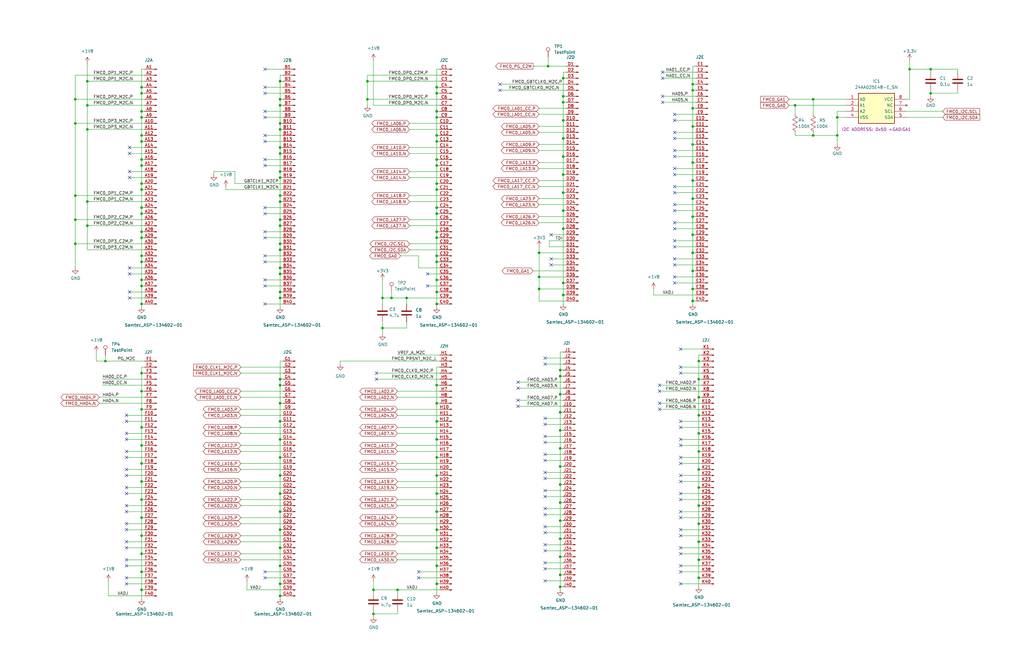
<source format=kicad_sch>
(kicad_sch (version 20231120) (generator "eeschema") (generator_version "8.0")
  (paper "B")
  (lib_symbols
    (symbol "+1V8_1" (power) (pin_names (offset 0))
      (property "Value" "+1V8_1" (at 0 3.556 0))
      (symbol "+1V8_1_1_1"
        (pin power_in line (at 0 0 90) (length 0) hide (name "+1V8") (number "1"))
      )
    )
    (symbol "+1V8_2" (power) (pin_names (offset 0))
      (property "Value" "+1V8_2" (at 0 3.556 0))
      (symbol "+1V8_2_1_1"
        (pin power_in line (at 0 0 90) (length 0) hide (name "+1V8") (number "1"))
      )
    )
    (symbol "24AA025E48-E_SN:24AA025E48-E_SN"
      (property "Reference" "IC" (at 21.59 7.62 0))
      (property "Value" "24AA025E48-E_SN" (at 21.59 5.08 0))
      (symbol "24AA025E48-E_SN_1_1"
        (pin input line (at 0 0 0) (length 5.08) (name "A0") (number "1"))
        (pin input line (at 0 -2.54 0) (length 5.08) (name "A1") (number "2"))
        (pin input line (at 0 -5.08 0) (length 5.08) (name "A2") (number "3"))
        (pin power_in line (at 0 -7.62 0) (length 5.08) (name "VSS") (number "4"))
        (pin bidirectional line (at 25.4 -7.62 180) (length 5.08) (name "SDA") (number "5"))
        (pin input line (at 25.4 -5.08 180) (length 5.08) (name "SCL") (number "6"))
        (pin no_connect line (at 25.4 -2.54 180) (length 5.08) (name "NC") (number "7"))
        (pin power_in line (at 25.4 0 180) (length 5.08) (name "VCC") (number "8"))
      )
    )
    (symbol "Connector:Samtec_ASP-134602-01" (pin_names (offset 1.016) hide)
      (property "Reference" "J" (at 0 50.8 0))
      (property "Value" "Samtec_ASP-134602-01" (at 0 -53.34 0))
      (symbol "Samtec_ASP-134602-01_1_1"
        (pin passive line (at -5.08 48.26 0) (length 3.81) (name "Pin_1") (number "A1"))
        (pin passive line (at -5.08 25.4 0) (length 3.81) (name "Pin_10") (number "A10"))
        (pin passive line (at -5.08 22.86 0) (length 3.81) (name "Pin_11") (number "A11"))
        (pin passive line (at -5.08 20.32 0) (length 3.81) (name "Pin_12") (number "A12"))
        (pin passive line (at -5.08 17.78 0) (length 3.81) (name "Pin_13") (number "A13"))
        (pin passive line (at -5.08 15.24 0) (length 3.81) (name "Pin_14") (number "A14"))
        (pin passive line (at -5.08 12.7 0) (length 3.81) (name "Pin_15") (number "A15"))
        (pin passive line (at -5.08 10.16 0) (length 3.81) (name "Pin_16") (number "A16"))
        (pin passive line (at -5.08 7.62 0) (length 3.81) (name "Pin_17") (number "A17"))
        (pin passive line (at -5.08 5.08 0) (length 3.81) (name "Pin_18") (number "A18"))
        (pin passive line (at -5.08 2.54 0) (length 3.81) (name "Pin_19") (number "A19"))
        (pin passive line (at -5.08 45.72 0) (length 3.81) (name "Pin_2") (number "A2"))
        (pin passive line (at -5.08 0 0) (length 3.81) (name "Pin_20") (number "A20"))
        (pin passive line (at -5.08 -2.54 0) (length 3.81) (name "Pin_21") (number "A21"))
        (pin passive line (at -5.08 -5.08 0) (length 3.81) (name "Pin_22") (number "A22"))
        (pin passive line (at -5.08 -7.62 0) (length 3.81) (name "Pin_23") (number "A23"))
        (pin passive line (at -5.08 -10.16 0) (length 3.81) (name "Pin_24") (number "A24"))
        (pin passive line (at -5.08 -12.7 0) (length 3.81) (name "Pin_25") (number "A25"))
        (pin passive line (at -5.08 -15.24 0) (length 3.81) (name "Pin_26") (number "A26"))
        (pin passive line (at -5.08 -17.78 0) (length 3.81) (name "Pin_27") (number "A27"))
        (pin passive line (at -5.08 -20.32 0) (length 3.81) (name "Pin_28") (number "A28"))
        (pin passive line (at -5.08 -22.86 0) (length 3.81) (name "Pin_29") (number "A29"))
        (pin passive line (at -5.08 43.18 0) (length 3.81) (name "Pin_3") (number "A3"))
        (pin passive line (at -5.08 -25.4 0) (length 3.81) (name "Pin_30") (number "A30"))
        (pin passive line (at -5.08 -27.94 0) (length 3.81) (name "Pin_31") (number "A31"))
        (pin passive line (at -5.08 -30.48 0) (length 3.81) (name "Pin_32") (number "A32"))
        (pin passive line (at -5.08 -33.02 0) (length 3.81) (name "Pin_33") (number "A33"))
        (pin passive line (at -5.08 -35.56 0) (length 3.81) (name "Pin_34") (number "A34"))
        (pin passive line (at -5.08 -38.1 0) (length 3.81) (name "Pin_35") (number "A35"))
        (pin passive line (at -5.08 -40.64 0) (length 3.81) (name "Pin_36") (number "A36"))
        (pin passive line (at -5.08 -43.18 0) (length 3.81) (name "Pin_37") (number "A37"))
        (pin passive line (at -5.08 -45.72 0) (length 3.81) (name "Pin_38") (number "A38"))
        (pin passive line (at -5.08 -48.26 0) (length 3.81) (name "Pin_39") (number "A39"))
        (pin passive line (at -5.08 40.64 0) (length 3.81) (name "Pin_4") (number "A4"))
        (pin passive line (at -5.08 -50.8 0) (length 3.81) (name "Pin_40") (number "A40"))
        (pin passive line (at -5.08 38.1 0) (length 3.81) (name "Pin_5") (number "A5"))
        (pin passive line (at -5.08 35.56 0) (length 3.81) (name "Pin_6") (number "A6"))
        (pin passive line (at -5.08 33.02 0) (length 3.81) (name "Pin_7") (number "A7"))
        (pin passive line (at -5.08 30.48 0) (length 3.81) (name "Pin_8") (number "A8"))
        (pin passive line (at -5.08 27.94 0) (length 3.81) (name "Pin_9") (number "A9"))
      )
      (symbol "Samtec_ASP-134602-01_2_1"
        (pin passive line (at -5.08 48.26 0) (length 3.81) (name "Pin_1") (number "B1"))
        (pin passive line (at -5.08 25.4 0) (length 3.81) (name "Pin_10") (number "B10"))
        (pin passive line (at -5.08 22.86 0) (length 3.81) (name "Pin_11") (number "B11"))
        (pin passive line (at -5.08 20.32 0) (length 3.81) (name "Pin_12") (number "B12"))
        (pin passive line (at -5.08 17.78 0) (length 3.81) (name "Pin_13") (number "B13"))
        (pin passive line (at -5.08 15.24 0) (length 3.81) (name "Pin_14") (number "B14"))
        (pin passive line (at -5.08 12.7 0) (length 3.81) (name "Pin_15") (number "B15"))
        (pin passive line (at -5.08 10.16 0) (length 3.81) (name "Pin_16") (number "B16"))
        (pin passive line (at -5.08 7.62 0) (length 3.81) (name "Pin_17") (number "B17"))
        (pin passive line (at -5.08 5.08 0) (length 3.81) (name "Pin_18") (number "B18"))
        (pin passive line (at -5.08 2.54 0) (length 3.81) (name "Pin_19") (number "B19"))
        (pin passive line (at -5.08 45.72 0) (length 3.81) (name "Pin_2") (number "B2"))
        (pin passive line (at -5.08 0 0) (length 3.81) (name "Pin_20") (number "B20"))
        (pin passive line (at -5.08 -2.54 0) (length 3.81) (name "Pin_21") (number "B21"))
        (pin passive line (at -5.08 -5.08 0) (length 3.81) (name "Pin_22") (number "B22"))
        (pin passive line (at -5.08 -7.62 0) (length 3.81) (name "Pin_23") (number "B23"))
        (pin passive line (at -5.08 -10.16 0) (length 3.81) (name "Pin_24") (number "B24"))
        (pin passive line (at -5.08 -12.7 0) (length 3.81) (name "Pin_25") (number "B25"))
        (pin passive line (at -5.08 -15.24 0) (length 3.81) (name "Pin_26") (number "B26"))
        (pin passive line (at -5.08 -17.78 0) (length 3.81) (name "Pin_27") (number "B27"))
        (pin passive line (at -5.08 -20.32 0) (length 3.81) (name "Pin_28") (number "B28"))
        (pin passive line (at -5.08 -22.86 0) (length 3.81) (name "Pin_29") (number "B29"))
        (pin passive line (at -5.08 43.18 0) (length 3.81) (name "Pin_3") (number "B3"))
        (pin passive line (at -5.08 -25.4 0) (length 3.81) (name "Pin_30") (number "B30"))
        (pin passive line (at -5.08 -27.94 0) (length 3.81) (name "Pin_31") (number "B31"))
        (pin passive line (at -5.08 -30.48 0) (length 3.81) (name "Pin_32") (number "B32"))
        (pin passive line (at -5.08 -33.02 0) (length 3.81) (name "Pin_33") (number "B33"))
        (pin passive line (at -5.08 -35.56 0) (length 3.81) (name "Pin_34") (number "B34"))
        (pin passive line (at -5.08 -38.1 0) (length 3.81) (name "Pin_35") (number "B35"))
        (pin passive line (at -5.08 -40.64 0) (length 3.81) (name "Pin_36") (number "B36"))
        (pin passive line (at -5.08 -43.18 0) (length 3.81) (name "Pin_37") (number "B37"))
        (pin passive line (at -5.08 -45.72 0) (length 3.81) (name "Pin_38") (number "B38"))
        (pin passive line (at -5.08 -48.26 0) (length 3.81) (name "Pin_39") (number "B39"))
        (pin passive line (at -5.08 40.64 0) (length 3.81) (name "Pin_4") (number "B4"))
        (pin passive line (at -5.08 -50.8 0) (length 3.81) (name "Pin_40") (number "B40"))
        (pin passive line (at -5.08 38.1 0) (length 3.81) (name "Pin_5") (number "B5"))
        (pin passive line (at -5.08 35.56 0) (length 3.81) (name "Pin_6") (number "B6"))
        (pin passive line (at -5.08 33.02 0) (length 3.81) (name "Pin_7") (number "B7"))
        (pin passive line (at -5.08 30.48 0) (length 3.81) (name "Pin_8") (number "B8"))
        (pin passive line (at -5.08 27.94 0) (length 3.81) (name "Pin_9") (number "B9"))
      )
      (symbol "Samtec_ASP-134602-01_3_1"
        (pin passive line (at -5.08 48.26 0) (length 3.81) (name "Pin_1") (number "C1"))
        (pin passive line (at -5.08 25.4 0) (length 3.81) (name "Pin_10") (number "C10"))
        (pin passive line (at -5.08 22.86 0) (length 3.81) (name "Pin_11") (number "C11"))
        (pin passive line (at -5.08 20.32 0) (length 3.81) (name "Pin_12") (number "C12"))
        (pin passive line (at -5.08 17.78 0) (length 3.81) (name "Pin_13") (number "C13"))
        (pin passive line (at -5.08 15.24 0) (length 3.81) (name "Pin_14") (number "C14"))
        (pin passive line (at -5.08 12.7 0) (length 3.81) (name "Pin_15") (number "C15"))
        (pin passive line (at -5.08 10.16 0) (length 3.81) (name "Pin_16") (number "C16"))
        (pin passive line (at -5.08 7.62 0) (length 3.81) (name "Pin_17") (number "C17"))
        (pin passive line (at -5.08 5.08 0) (length 3.81) (name "Pin_18") (number "C18"))
        (pin passive line (at -5.08 2.54 0) (length 3.81) (name "Pin_19") (number "C19"))
        (pin passive line (at -5.08 45.72 0) (length 3.81) (name "Pin_2") (number "C2"))
        (pin passive line (at -5.08 0 0) (length 3.81) (name "Pin_20") (number "C20"))
        (pin passive line (at -5.08 -2.54 0) (length 3.81) (name "Pin_21") (number "C21"))
        (pin passive line (at -5.08 -5.08 0) (length 3.81) (name "Pin_22") (number "C22"))
        (pin passive line (at -5.08 -7.62 0) (length 3.81) (name "Pin_23") (number "C23"))
        (pin passive line (at -5.08 -10.16 0) (length 3.81) (name "Pin_24") (number "C24"))
        (pin passive line (at -5.08 -12.7 0) (length 3.81) (name "Pin_25") (number "C25"))
        (pin passive line (at -5.08 -15.24 0) (length 3.81) (name "Pin_26") (number "C26"))
        (pin passive line (at -5.08 -17.78 0) (length 3.81) (name "Pin_27") (number "C27"))
        (pin passive line (at -5.08 -20.32 0) (length 3.81) (name "Pin_28") (number "C28"))
        (pin passive line (at -5.08 -22.86 0) (length 3.81) (name "Pin_29") (number "C29"))
        (pin passive line (at -5.08 43.18 0) (length 3.81) (name "Pin_3") (number "C3"))
        (pin passive line (at -5.08 -25.4 0) (length 3.81) (name "Pin_30") (number "C30"))
        (pin passive line (at -5.08 -27.94 0) (length 3.81) (name "Pin_31") (number "C31"))
        (pin passive line (at -5.08 -30.48 0) (length 3.81) (name "Pin_32") (number "C32"))
        (pin passive line (at -5.08 -33.02 0) (length 3.81) (name "Pin_33") (number "C33"))
        (pin passive line (at -5.08 -35.56 0) (length 3.81) (name "Pin_34") (number "C34"))
        (pin passive line (at -5.08 -38.1 0) (length 3.81) (name "Pin_35") (number "C35"))
        (pin passive line (at -5.08 -40.64 0) (length 3.81) (name "Pin_36") (number "C36"))
        (pin passive line (at -5.08 -43.18 0) (length 3.81) (name "Pin_37") (number "C37"))
        (pin passive line (at -5.08 -45.72 0) (length 3.81) (name "Pin_38") (number "C38"))
        (pin passive line (at -5.08 -48.26 0) (length 3.81) (name "Pin_39") (number "C39"))
        (pin passive line (at -5.08 40.64 0) (length 3.81) (name "Pin_4") (number "C4"))
        (pin passive line (at -5.08 -50.8 0) (length 3.81) (name "Pin_40") (number "C40"))
        (pin passive line (at -5.08 38.1 0) (length 3.81) (name "Pin_5") (number "C5"))
        (pin passive line (at -5.08 35.56 0) (length 3.81) (name "Pin_6") (number "C6"))
        (pin passive line (at -5.08 33.02 0) (length 3.81) (name "Pin_7") (number "C7"))
        (pin passive line (at -5.08 30.48 0) (length 3.81) (name "Pin_8") (number "C8"))
        (pin passive line (at -5.08 27.94 0) (length 3.81) (name "Pin_9") (number "C9"))
      )
      (symbol "Samtec_ASP-134602-01_4_1"
        (pin passive line (at -5.08 48.26 0) (length 3.81) (name "Pin_1") (number "D1"))
        (pin passive line (at -5.08 25.4 0) (length 3.81) (name "Pin_10") (number "D10"))
        (pin passive line (at -5.08 22.86 0) (length 3.81) (name "Pin_11") (number "D11"))
        (pin passive line (at -5.08 20.32 0) (length 3.81) (name "Pin_12") (number "D12"))
        (pin passive line (at -5.08 17.78 0) (length 3.81) (name "Pin_13") (number "D13"))
        (pin passive line (at -5.08 15.24 0) (length 3.81) (name "Pin_14") (number "D14"))
        (pin passive line (at -5.08 12.7 0) (length 3.81) (name "Pin_15") (number "D15"))
        (pin passive line (at -5.08 10.16 0) (length 3.81) (name "Pin_16") (number "D16"))
        (pin passive line (at -5.08 7.62 0) (length 3.81) (name "Pin_17") (number "D17"))
        (pin passive line (at -5.08 5.08 0) (length 3.81) (name "Pin_18") (number "D18"))
        (pin passive line (at -5.08 2.54 0) (length 3.81) (name "Pin_19") (number "D19"))
        (pin passive line (at -5.08 45.72 0) (length 3.81) (name "Pin_2") (number "D2"))
        (pin passive line (at -5.08 0 0) (length 3.81) (name "Pin_20") (number "D20"))
        (pin passive line (at -5.08 -2.54 0) (length 3.81) (name "Pin_21") (number "D21"))
        (pin passive line (at -5.08 -5.08 0) (length 3.81) (name "Pin_22") (number "D22"))
        (pin passive line (at -5.08 -7.62 0) (length 3.81) (name "Pin_23") (number "D23"))
        (pin passive line (at -5.08 -10.16 0) (length 3.81) (name "Pin_24") (number "D24"))
        (pin passive line (at -5.08 -12.7 0) (length 3.81) (name "Pin_25") (number "D25"))
        (pin passive line (at -5.08 -15.24 0) (length 3.81) (name "Pin_26") (number "D26"))
        (pin passive line (at -5.08 -17.78 0) (length 3.81) (name "Pin_27") (number "D27"))
        (pin passive line (at -5.08 -20.32 0) (length 3.81) (name "Pin_28") (number "D28"))
        (pin passive line (at -5.08 -22.86 0) (length 3.81) (name "Pin_29") (number "D29"))
        (pin passive line (at -5.08 43.18 0) (length 3.81) (name "Pin_3") (number "D3"))
        (pin passive line (at -5.08 -25.4 0) (length 3.81) (name "Pin_30") (number "D30"))
        (pin passive line (at -5.08 -27.94 0) (length 3.81) (name "Pin_31") (number "D31"))
        (pin passive line (at -5.08 -30.48 0) (length 3.81) (name "Pin_32") (number "D32"))
        (pin passive line (at -5.08 -33.02 0) (length 3.81) (name "Pin_33") (number "D33"))
        (pin passive line (at -5.08 -35.56 0) (length 3.81) (name "Pin_34") (number "D34"))
        (pin passive line (at -5.08 -38.1 0) (length 3.81) (name "Pin_35") (number "D35"))
        (pin passive line (at -5.08 -40.64 0) (length 3.81) (name "Pin_36") (number "D36"))
        (pin passive line (at -5.08 -43.18 0) (length 3.81) (name "Pin_37") (number "D37"))
        (pin passive line (at -5.08 -45.72 0) (length 3.81) (name "Pin_38") (number "D38"))
        (pin passive line (at -5.08 -48.26 0) (length 3.81) (name "Pin_39") (number "D39"))
        (pin passive line (at -5.08 40.64 0) (length 3.81) (name "Pin_4") (number "D4"))
        (pin passive line (at -5.08 -50.8 0) (length 3.81) (name "Pin_40") (number "D40"))
        (pin passive line (at -5.08 38.1 0) (length 3.81) (name "Pin_5") (number "D5"))
        (pin passive line (at -5.08 35.56 0) (length 3.81) (name "Pin_6") (number "D6"))
        (pin passive line (at -5.08 33.02 0) (length 3.81) (name "Pin_7") (number "D7"))
        (pin passive line (at -5.08 30.48 0) (length 3.81) (name "Pin_8") (number "D8"))
        (pin passive line (at -5.08 27.94 0) (length 3.81) (name "Pin_9") (number "D9"))
      )
      (symbol "Samtec_ASP-134602-01_5_1"
        (pin passive line (at -5.08 48.26 0) (length 3.81) (name "Pin_1") (number "E1"))
        (pin passive line (at -5.08 25.4 0) (length 3.81) (name "Pin_10") (number "E10"))
        (pin passive line (at -5.08 22.86 0) (length 3.81) (name "Pin_11") (number "E11"))
        (pin passive line (at -5.08 20.32 0) (length 3.81) (name "Pin_12") (number "E12"))
        (pin passive line (at -5.08 17.78 0) (length 3.81) (name "Pin_13") (number "E13"))
        (pin passive line (at -5.08 15.24 0) (length 3.81) (name "Pin_14") (number "E14"))
        (pin passive line (at -5.08 12.7 0) (length 3.81) (name "Pin_15") (number "E15"))
        (pin passive line (at -5.08 10.16 0) (length 3.81) (name "Pin_16") (number "E16"))
        (pin passive line (at -5.08 7.62 0) (length 3.81) (name "Pin_17") (number "E17"))
        (pin passive line (at -5.08 5.08 0) (length 3.81) (name "Pin_18") (number "E18"))
        (pin passive line (at -5.08 2.54 0) (length 3.81) (name "Pin_19") (number "E19"))
        (pin passive line (at -5.08 45.72 0) (length 3.81) (name "Pin_2") (number "E2"))
        (pin passive line (at -5.08 0 0) (length 3.81) (name "Pin_20") (number "E20"))
        (pin passive line (at -5.08 -2.54 0) (length 3.81) (name "Pin_21") (number "E21"))
        (pin passive line (at -5.08 -5.08 0) (length 3.81) (name "Pin_22") (number "E22"))
        (pin passive line (at -5.08 -7.62 0) (length 3.81) (name "Pin_23") (number "E23"))
        (pin passive line (at -5.08 -10.16 0) (length 3.81) (name "Pin_24") (number "E24"))
        (pin passive line (at -5.08 -12.7 0) (length 3.81) (name "Pin_25") (number "E25"))
        (pin passive line (at -5.08 -15.24 0) (length 3.81) (name "Pin_26") (number "E26"))
        (pin passive line (at -5.08 -17.78 0) (length 3.81) (name "Pin_27") (number "E27"))
        (pin passive line (at -5.08 -20.32 0) (length 3.81) (name "Pin_28") (number "E28"))
        (pin passive line (at -5.08 -22.86 0) (length 3.81) (name "Pin_29") (number "E29"))
        (pin passive line (at -5.08 43.18 0) (length 3.81) (name "Pin_3") (number "E3"))
        (pin passive line (at -5.08 -25.4 0) (length 3.81) (name "Pin_30") (number "E30"))
        (pin passive line (at -5.08 -27.94 0) (length 3.81) (name "Pin_31") (number "E31"))
        (pin passive line (at -5.08 -30.48 0) (length 3.81) (name "Pin_32") (number "E32"))
        (pin passive line (at -5.08 -33.02 0) (length 3.81) (name "Pin_33") (number "E33"))
        (pin passive line (at -5.08 -35.56 0) (length 3.81) (name "Pin_34") (number "E34"))
        (pin passive line (at -5.08 -38.1 0) (length 3.81) (name "Pin_35") (number "E35"))
        (pin passive line (at -5.08 -40.64 0) (length 3.81) (name "Pin_36") (number "E36"))
        (pin passive line (at -5.08 -43.18 0) (length 3.81) (name "Pin_37") (number "E37"))
        (pin passive line (at -5.08 -45.72 0) (length 3.81) (name "Pin_38") (number "E38"))
        (pin passive line (at -5.08 -48.26 0) (length 3.81) (name "Pin_39") (number "E39"))
        (pin passive line (at -5.08 40.64 0) (length 3.81) (name "Pin_4") (number "E4"))
        (pin passive line (at -5.08 -50.8 0) (length 3.81) (name "Pin_40") (number "E40"))
        (pin passive line (at -5.08 38.1 0) (length 3.81) (name "Pin_5") (number "E5"))
        (pin passive line (at -5.08 35.56 0) (length 3.81) (name "Pin_6") (number "E6"))
        (pin passive line (at -5.08 33.02 0) (length 3.81) (name "Pin_7") (number "E7"))
        (pin passive line (at -5.08 30.48 0) (length 3.81) (name "Pin_8") (number "E8"))
        (pin passive line (at -5.08 27.94 0) (length 3.81) (name "Pin_9") (number "E9"))
      )
      (symbol "Samtec_ASP-134602-01_6_1"
        (pin passive line (at -5.08 48.26 0) (length 3.81) (name "Pin_1") (number "F1"))
        (pin passive line (at -5.08 25.4 0) (length 3.81) (name "Pin_10") (number "F10"))
        (pin passive line (at -5.08 22.86 0) (length 3.81) (name "Pin_11") (number "F11"))
        (pin passive line (at -5.08 20.32 0) (length 3.81) (name "Pin_12") (number "F12"))
        (pin passive line (at -5.08 17.78 0) (length 3.81) (name "Pin_13") (number "F13"))
        (pin passive line (at -5.08 15.24 0) (length 3.81) (name "Pin_14") (number "F14"))
        (pin passive line (at -5.08 12.7 0) (length 3.81) (name "Pin_15") (number "F15"))
        (pin passive line (at -5.08 10.16 0) (length 3.81) (name "Pin_16") (number "F16"))
        (pin passive line (at -5.08 7.62 0) (length 3.81) (name "Pin_17") (number "F17"))
        (pin passive line (at -5.08 5.08 0) (length 3.81) (name "Pin_18") (number "F18"))
        (pin passive line (at -5.08 2.54 0) (length 3.81) (name "Pin_19") (number "F19"))
        (pin passive line (at -5.08 45.72 0) (length 3.81) (name "Pin_2") (number "F2"))
        (pin passive line (at -5.08 0 0) (length 3.81) (name "Pin_20") (number "F20"))
        (pin passive line (at -5.08 -2.54 0) (length 3.81) (name "Pin_21") (number "F21"))
        (pin passive line (at -5.08 -5.08 0) (length 3.81) (name "Pin_22") (number "F22"))
        (pin passive line (at -5.08 -7.62 0) (length 3.81) (name "Pin_23") (number "F23"))
        (pin passive line (at -5.08 -10.16 0) (length 3.81) (name "Pin_24") (number "F24"))
        (pin passive line (at -5.08 -12.7 0) (length 3.81) (name "Pin_25") (number "F25"))
        (pin passive line (at -5.08 -15.24 0) (length 3.81) (name "Pin_26") (number "F26"))
        (pin passive line (at -5.08 -17.78 0) (length 3.81) (name "Pin_27") (number "F27"))
        (pin passive line (at -5.08 -20.32 0) (length 3.81) (name "Pin_28") (number "F28"))
        (pin passive line (at -5.08 -22.86 0) (length 3.81) (name "Pin_29") (number "F29"))
        (pin passive line (at -5.08 43.18 0) (length 3.81) (name "Pin_3") (number "F3"))
        (pin passive line (at -5.08 -25.4 0) (length 3.81) (name "Pin_30") (number "F30"))
        (pin passive line (at -5.08 -27.94 0) (length 3.81) (name "Pin_31") (number "F31"))
        (pin passive line (at -5.08 -30.48 0) (length 3.81) (name "Pin_32") (number "F32"))
        (pin passive line (at -5.08 -33.02 0) (length 3.81) (name "Pin_33") (number "F33"))
        (pin passive line (at -5.08 -35.56 0) (length 3.81) (name "Pin_34") (number "F34"))
        (pin passive line (at -5.08 -38.1 0) (length 3.81) (name "Pin_35") (number "F35"))
        (pin passive line (at -5.08 -40.64 0) (length 3.81) (name "Pin_36") (number "F36"))
        (pin passive line (at -5.08 -43.18 0) (length 3.81) (name "Pin_37") (number "F37"))
        (pin passive line (at -5.08 -45.72 0) (length 3.81) (name "Pin_38") (number "F38"))
        (pin passive line (at -5.08 -48.26 0) (length 3.81) (name "Pin_39") (number "F39"))
        (pin passive line (at -5.08 40.64 0) (length 3.81) (name "Pin_4") (number "F4"))
        (pin passive line (at -5.08 -50.8 0) (length 3.81) (name "Pin_40") (number "F40"))
        (pin passive line (at -5.08 38.1 0) (length 3.81) (name "Pin_5") (number "F5"))
        (pin passive line (at -5.08 35.56 0) (length 3.81) (name "Pin_6") (number "F6"))
        (pin passive line (at -5.08 33.02 0) (length 3.81) (name "Pin_7") (number "F7"))
        (pin passive line (at -5.08 30.48 0) (length 3.81) (name "Pin_8") (number "F8"))
        (pin passive line (at -5.08 27.94 0) (length 3.81) (name "Pin_9") (number "F9"))
      )
      (symbol "Samtec_ASP-134602-01_7_1"
        (pin passive line (at -5.08 48.26 0) (length 3.81) (name "Pin_1") (number "G1"))
        (pin passive line (at -5.08 25.4 0) (length 3.81) (name "Pin_10") (number "G10"))
        (pin passive line (at -5.08 22.86 0) (length 3.81) (name "Pin_11") (number "G11"))
        (pin passive line (at -5.08 20.32 0) (length 3.81) (name "Pin_12") (number "G12"))
        (pin passive line (at -5.08 17.78 0) (length 3.81) (name "Pin_13") (number "G13"))
        (pin passive line (at -5.08 15.24 0) (length 3.81) (name "Pin_14") (number "G14"))
        (pin passive line (at -5.08 12.7 0) (length 3.81) (name "Pin_15") (number "G15"))
        (pin passive line (at -5.08 10.16 0) (length 3.81) (name "Pin_16") (number "G16"))
        (pin passive line (at -5.08 7.62 0) (length 3.81) (name "Pin_17") (number "G17"))
        (pin passive line (at -5.08 5.08 0) (length 3.81) (name "Pin_18") (number "G18"))
        (pin passive line (at -5.08 2.54 0) (length 3.81) (name "Pin_19") (number "G19"))
        (pin passive line (at -5.08 45.72 0) (length 3.81) (name "Pin_2") (number "G2"))
        (pin passive line (at -5.08 0 0) (length 3.81) (name "Pin_20") (number "G20"))
        (pin passive line (at -5.08 -2.54 0) (length 3.81) (name "Pin_21") (number "G21"))
        (pin passive line (at -5.08 -5.08 0) (length 3.81) (name "Pin_22") (number "G22"))
        (pin passive line (at -5.08 -7.62 0) (length 3.81) (name "Pin_23") (number "G23"))
        (pin passive line (at -5.08 -10.16 0) (length 3.81) (name "Pin_24") (number "G24"))
        (pin passive line (at -5.08 -12.7 0) (length 3.81) (name "Pin_25") (number "G25"))
        (pin passive line (at -5.08 -15.24 0) (length 3.81) (name "Pin_26") (number "G26"))
        (pin passive line (at -5.08 -17.78 0) (length 3.81) (name "Pin_27") (number "G27"))
        (pin passive line (at -5.08 -20.32 0) (length 3.81) (name "Pin_28") (number "G28"))
        (pin passive line (at -5.08 -22.86 0) (length 3.81) (name "Pin_29") (number "G29"))
        (pin passive line (at -5.08 43.18 0) (length 3.81) (name "Pin_3") (number "G3"))
        (pin passive line (at -5.08 -25.4 0) (length 3.81) (name "Pin_30") (number "G30"))
        (pin passive line (at -5.08 -27.94 0) (length 3.81) (name "Pin_31") (number "G31"))
        (pin passive line (at -5.08 -30.48 0) (length 3.81) (name "Pin_32") (number "G32"))
        (pin passive line (at -5.08 -33.02 0) (length 3.81) (name "Pin_33") (number "G33"))
        (pin passive line (at -5.08 -35.56 0) (length 3.81) (name "Pin_34") (number "G34"))
        (pin passive line (at -5.08 -38.1 0) (length 3.81) (name "Pin_35") (number "G35"))
        (pin passive line (at -5.08 -40.64 0) (length 3.81) (name "Pin_36") (number "G36"))
        (pin passive line (at -5.08 -43.18 0) (length 3.81) (name "Pin_37") (number "G37"))
        (pin passive line (at -5.08 -45.72 0) (length 3.81) (name "Pin_38") (number "G38"))
        (pin passive line (at -5.08 -48.26 0) (length 3.81) (name "Pin_39") (number "G39"))
        (pin passive line (at -5.08 40.64 0) (length 3.81) (name "Pin_4") (number "G4"))
        (pin passive line (at -5.08 -50.8 0) (length 3.81) (name "Pin_40") (number "G40"))
        (pin passive line (at -5.08 38.1 0) (length 3.81) (name "Pin_5") (number "G5"))
        (pin passive line (at -5.08 35.56 0) (length 3.81) (name "Pin_6") (number "G6"))
        (pin passive line (at -5.08 33.02 0) (length 3.81) (name "Pin_7") (number "G7"))
        (pin passive line (at -5.08 30.48 0) (length 3.81) (name "Pin_8") (number "G8"))
        (pin passive line (at -5.08 27.94 0) (length 3.81) (name "Pin_9") (number "G9"))
      )
      (symbol "Samtec_ASP-134602-01_8_1"
        (pin passive line (at -5.08 48.26 0) (length 3.81) (name "Pin_1") (number "H1"))
        (pin passive line (at -5.08 25.4 0) (length 3.81) (name "Pin_10") (number "H10"))
        (pin passive line (at -5.08 22.86 0) (length 3.81) (name "Pin_11") (number "H11"))
        (pin passive line (at -5.08 20.32 0) (length 3.81) (name "Pin_12") (number "H12"))
        (pin passive line (at -5.08 17.78 0) (length 3.81) (name "Pin_13") (number "H13"))
        (pin passive line (at -5.08 15.24 0) (length 3.81) (name "Pin_14") (number "H14"))
        (pin passive line (at -5.08 12.7 0) (length 3.81) (name "Pin_15") (number "H15"))
        (pin passive line (at -5.08 10.16 0) (length 3.81) (name "Pin_16") (number "H16"))
        (pin passive line (at -5.08 7.62 0) (length 3.81) (name "Pin_17") (number "H17"))
        (pin passive line (at -5.08 5.08 0) (length 3.81) (name "Pin_18") (number "H18"))
        (pin passive line (at -5.08 2.54 0) (length 3.81) (name "Pin_19") (number "H19"))
        (pin passive line (at -5.08 45.72 0) (length 3.81) (name "Pin_2") (number "H2"))
        (pin passive line (at -5.08 0 0) (length 3.81) (name "Pin_20") (number "H20"))
        (pin passive line (at -5.08 -2.54 0) (length 3.81) (name "Pin_21") (number "H21"))
        (pin passive line (at -5.08 -5.08 0) (length 3.81) (name "Pin_22") (number "H22"))
        (pin passive line (at -5.08 -7.62 0) (length 3.81) (name "Pin_23") (number "H23"))
        (pin passive line (at -5.08 -10.16 0) (length 3.81) (name "Pin_24") (number "H24"))
        (pin passive line (at -5.08 -12.7 0) (length 3.81) (name "Pin_25") (number "H25"))
        (pin passive line (at -5.08 -15.24 0) (length 3.81) (name "Pin_26") (number "H26"))
        (pin passive line (at -5.08 -17.78 0) (length 3.81) (name "Pin_27") (number "H27"))
        (pin passive line (at -5.08 -20.32 0) (length 3.81) (name "Pin_28") (number "H28"))
        (pin passive line (at -5.08 -22.86 0) (length 3.81) (name "Pin_29") (number "H29"))
        (pin passive line (at -5.08 43.18 0) (length 3.81) (name "Pin_3") (number "H3"))
        (pin passive line (at -5.08 -25.4 0) (length 3.81) (name "Pin_30") (number "H30"))
        (pin passive line (at -5.08 -27.94 0) (length 3.81) (name "Pin_31") (number "H31"))
        (pin passive line (at -5.08 -30.48 0) (length 3.81) (name "Pin_32") (number "H32"))
        (pin passive line (at -5.08 -33.02 0) (length 3.81) (name "Pin_33") (number "H33"))
        (pin passive line (at -5.08 -35.56 0) (length 3.81) (name "Pin_34") (number "H34"))
        (pin passive line (at -5.08 -38.1 0) (length 3.81) (name "Pin_35") (number "H35"))
        (pin passive line (at -5.08 -40.64 0) (length 3.81) (name "Pin_36") (number "H36"))
        (pin passive line (at -5.08 -43.18 0) (length 3.81) (name "Pin_37") (number "H37"))
        (pin passive line (at -5.08 -45.72 0) (length 3.81) (name "Pin_38") (number "H38"))
        (pin passive line (at -5.08 -48.26 0) (length 3.81) (name "Pin_39") (number "H39"))
        (pin passive line (at -5.08 40.64 0) (length 3.81) (name "Pin_4") (number "H4"))
        (pin passive line (at -5.08 -50.8 0) (length 3.81) (name "Pin_40") (number "H40"))
        (pin passive line (at -5.08 38.1 0) (length 3.81) (name "Pin_5") (number "H5"))
        (pin passive line (at -5.08 35.56 0) (length 3.81) (name "Pin_6") (number "H6"))
        (pin passive line (at -5.08 33.02 0) (length 3.81) (name "Pin_7") (number "H7"))
        (pin passive line (at -5.08 30.48 0) (length 3.81) (name "Pin_8") (number "H8"))
        (pin passive line (at -5.08 27.94 0) (length 3.81) (name "Pin_9") (number "H9"))
      )
      (symbol "Samtec_ASP-134602-01_9_1"
        (pin passive line (at -5.08 48.26 0) (length 3.81) (name "Pin_1") (number "J1"))
        (pin passive line (at -5.08 25.4 0) (length 3.81) (name "Pin_10") (number "J10"))
        (pin passive line (at -5.08 22.86 0) (length 3.81) (name "Pin_11") (number "J11"))
        (pin passive line (at -5.08 20.32 0) (length 3.81) (name "Pin_12") (number "J12"))
        (pin passive line (at -5.08 17.78 0) (length 3.81) (name "Pin_13") (number "J13"))
        (pin passive line (at -5.08 15.24 0) (length 3.81) (name "Pin_14") (number "J14"))
        (pin passive line (at -5.08 12.7 0) (length 3.81) (name "Pin_15") (number "J15"))
        (pin passive line (at -5.08 10.16 0) (length 3.81) (name "Pin_16") (number "J16"))
        (pin passive line (at -5.08 7.62 0) (length 3.81) (name "Pin_17") (number "J17"))
        (pin passive line (at -5.08 5.08 0) (length 3.81) (name "Pin_18") (number "J18"))
        (pin passive line (at -5.08 2.54 0) (length 3.81) (name "Pin_19") (number "J19"))
        (pin passive line (at -5.08 45.72 0) (length 3.81) (name "Pin_2") (number "J2"))
        (pin passive line (at -5.08 0 0) (length 3.81) (name "Pin_20") (number "J20"))
        (pin passive line (at -5.08 -2.54 0) (length 3.81) (name "Pin_21") (number "J21"))
        (pin passive line (at -5.08 -5.08 0) (length 3.81) (name "Pin_22") (number "J22"))
        (pin passive line (at -5.08 -7.62 0) (length 3.81) (name "Pin_23") (number "J23"))
        (pin passive line (at -5.08 -10.16 0) (length 3.81) (name "Pin_24") (number "J24"))
        (pin passive line (at -5.08 -12.7 0) (length 3.81) (name "Pin_25") (number "J25"))
        (pin passive line (at -5.08 -15.24 0) (length 3.81) (name "Pin_26") (number "J26"))
        (pin passive line (at -5.08 -17.78 0) (length 3.81) (name "Pin_27") (number "J27"))
        (pin passive line (at -5.08 -20.32 0) (length 3.81) (name "Pin_28") (number "J28"))
        (pin passive line (at -5.08 -22.86 0) (length 3.81) (name "Pin_29") (number "J29"))
        (pin passive line (at -5.08 43.18 0) (length 3.81) (name "Pin_3") (number "J3"))
        (pin passive line (at -5.08 -25.4 0) (length 3.81) (name "Pin_30") (number "J30"))
        (pin passive line (at -5.08 -27.94 0) (length 3.81) (name "Pin_31") (number "J31"))
        (pin passive line (at -5.08 -30.48 0) (length 3.81) (name "Pin_32") (number "J32"))
        (pin passive line (at -5.08 -33.02 0) (length 3.81) (name "Pin_33") (number "J33"))
        (pin passive line (at -5.08 -35.56 0) (length 3.81) (name "Pin_34") (number "J34"))
        (pin passive line (at -5.08 -38.1 0) (length 3.81) (name "Pin_35") (number "J35"))
        (pin passive line (at -5.08 -40.64 0) (length 3.81) (name "Pin_36") (number "J36"))
        (pin passive line (at -5.08 -43.18 0) (length 3.81) (name "Pin_37") (number "J37"))
        (pin passive line (at -5.08 -45.72 0) (length 3.81) (name "Pin_38") (number "J38"))
        (pin passive line (at -5.08 -48.26 0) (length 3.81) (name "Pin_39") (number "J39"))
        (pin passive line (at -5.08 40.64 0) (length 3.81) (name "Pin_4") (number "J4"))
        (pin passive line (at -5.08 -50.8 0) (length 3.81) (name "Pin_40") (number "J40"))
        (pin passive line (at -5.08 38.1 0) (length 3.81) (name "Pin_5") (number "J5"))
        (pin passive line (at -5.08 35.56 0) (length 3.81) (name "Pin_6") (number "J6"))
        (pin passive line (at -5.08 33.02 0) (length 3.81) (name "Pin_7") (number "J7"))
        (pin passive line (at -5.08 30.48 0) (length 3.81) (name "Pin_8") (number "J8"))
        (pin passive line (at -5.08 27.94 0) (length 3.81) (name "Pin_9") (number "J9"))
      )
      (symbol "Samtec_ASP-134602-01_10_1"
        (pin passive line (at -5.08 48.26 0) (length 3.81) (name "Pin_1") (number "K1"))
        (pin passive line (at -5.08 25.4 0) (length 3.81) (name "Pin_10") (number "K10"))
        (pin passive line (at -5.08 22.86 0) (length 3.81) (name "Pin_11") (number "K11"))
        (pin passive line (at -5.08 20.32 0) (length 3.81) (name "Pin_12") (number "K12"))
        (pin passive line (at -5.08 17.78 0) (length 3.81) (name "Pin_13") (number "K13"))
        (pin passive line (at -5.08 15.24 0) (length 3.81) (name "Pin_14") (number "K14"))
        (pin passive line (at -5.08 12.7 0) (length 3.81) (name "Pin_15") (number "K15"))
        (pin passive line (at -5.08 10.16 0) (length 3.81) (name "Pin_16") (number "K16"))
        (pin passive line (at -5.08 7.62 0) (length 3.81) (name "Pin_17") (number "K17"))
        (pin passive line (at -5.08 5.08 0) (length 3.81) (name "Pin_18") (number "K18"))
        (pin passive line (at -5.08 2.54 0) (length 3.81) (name "Pin_19") (number "K19"))
        (pin passive line (at -5.08 45.72 0) (length 3.81) (name "Pin_2") (number "K2"))
        (pin passive line (at -5.08 0 0) (length 3.81) (name "Pin_20") (number "K20"))
        (pin passive line (at -5.08 -2.54 0) (length 3.81) (name "Pin_21") (number "K21"))
        (pin passive line (at -5.08 -5.08 0) (length 3.81) (name "Pin_22") (number "K22"))
        (pin passive line (at -5.08 -7.62 0) (length 3.81) (name "Pin_23") (number "K23"))
        (pin passive line (at -5.08 -10.16 0) (length 3.81) (name "Pin_24") (number "K24"))
        (pin passive line (at -5.08 -12.7 0) (length 3.81) (name "Pin_25") (number "K25"))
        (pin passive line (at -5.08 -15.24 0) (length 3.81) (name "Pin_26") (number "K26"))
        (pin passive line (at -5.08 -17.78 0) (length 3.81) (name "Pin_27") (number "K27"))
        (pin passive line (at -5.08 -20.32 0) (length 3.81) (name "Pin_28") (number "K28"))
        (pin passive line (at -5.08 -22.86 0) (length 3.81) (name "Pin_29") (number "K29"))
        (pin passive line (at -5.08 43.18 0) (length 3.81) (name "Pin_3") (number "K3"))
        (pin passive line (at -5.08 -25.4 0) (length 3.81) (name "Pin_30") (number "K30"))
        (pin passive line (at -5.08 -27.94 0) (length 3.81) (name "Pin_31") (number "K31"))
        (pin passive line (at -5.08 -30.48 0) (length 3.81) (name "Pin_32") (number "K32"))
        (pin passive line (at -5.08 -33.02 0) (length 3.81) (name "Pin_33") (number "K33"))
        (pin passive line (at -5.08 -35.56 0) (length 3.81) (name "Pin_34") (number "K34"))
        (pin passive line (at -5.08 -38.1 0) (length 3.81) (name "Pin_35") (number "K35"))
        (pin passive line (at -5.08 -40.64 0) (length 3.81) (name "Pin_36") (number "K36"))
        (pin passive line (at -5.08 -43.18 0) (length 3.81) (name "Pin_37") (number "K37"))
        (pin passive line (at -5.08 -45.72 0) (length 3.81) (name "Pin_38") (number "K38"))
        (pin passive line (at -5.08 -48.26 0) (length 3.81) (name "Pin_39") (number "K39"))
        (pin passive line (at -5.08 40.64 0) (length 3.81) (name "Pin_4") (number "K4"))
        (pin passive line (at -5.08 -50.8 0) (length 3.81) (name "Pin_40") (number "K40"))
        (pin passive line (at -5.08 38.1 0) (length 3.81) (name "Pin_5") (number "K5"))
        (pin passive line (at -5.08 35.56 0) (length 3.81) (name "Pin_6") (number "K6"))
        (pin passive line (at -5.08 33.02 0) (length 3.81) (name "Pin_7") (number "K7"))
        (pin passive line (at -5.08 30.48 0) (length 3.81) (name "Pin_8") (number "K8"))
        (pin passive line (at -5.08 27.94 0) (length 3.81) (name "Pin_9") (number "K9"))
      )
    )
    (symbol "Connector:TestPoint" (pin_numbers hide) (pin_names (offset 0.762) hide)
      (property "Reference" "TP" (at 0 6.858 0))
      (property "Value" "TestPoint" (at 0 5.08 0))
      (symbol "TestPoint_1_1"
        (pin passive line (at 0 0 90) (length 2.54) (name "1") (number "1"))
      )
    )
    (symbol "Device:C" (pin_numbers hide) (pin_names (offset 0.254))
      (property "Reference" "C" (at 0.635 2.54 0))
      (property "Value" "C" (at 0.635 -2.54 0))
      (symbol "C_1_1"
        (pin passive line (at 0 3.81 270) (length 2.794) (name "~") (number "1"))
        (pin passive line (at 0 -3.81 90) (length 2.794) (name "~") (number "2"))
      )
    )
    (symbol "custom:R_norm" (pin_numbers hide) (pin_names (offset 0))
      (property "Reference" "R" (at -2.54 0 90))
      (property "Value" "R_norm" (at 2.54 0 90))
      (symbol "R_norm_1_1"
        (pin passive line (at 0 3.81 270) (length 0.762) (name "~") (number "1"))
        (pin passive line (at 0 -3.81 90) (length 0.762) (name "~") (number "2"))
      )
    )
    (symbol "power:+1V8" (power) (pin_names (offset 0))
      (property "Value" "+1V8" (at 0 3.556 0))
      (symbol "+1V8_1_1"
        (pin power_in line (at 0 0 90) (length 0) hide (name "+1V8") (number "1"))
      )
    )
    (symbol "power:+3.3V" (power) (pin_names (offset 0))
      (property "Value" "+3.3V" (at 0 3.556 0))
      (symbol "+3.3V_1_1"
        (pin power_in line (at 0 0 90) (length 0) hide (name "+3V3") (number "1"))
      )
    )
    (symbol "power:+3.3VA" (power) (pin_names (offset 0))
      (property "Value" "+3.3VA" (at 0 3.556 0))
      (symbol "+3.3VA_1_1"
        (pin power_in line (at 0 0 90) (length 0) hide (name "+3.3VA") (number "1"))
      )
    )
    (symbol "power:+3V3" (power) (pin_names (offset 0))
      (property "Value" "+3V3" (at 0 3.556 0))
      (symbol "+3V3_1_1"
        (pin power_in line (at 0 0 90) (length 0) hide (name "+3V3") (number "1"))
      )
    )
    (symbol "power:GND" (power) (pin_names (offset 0))
      (property "Value" "GND" (at 0 -3.81 0))
      (symbol "GND_1_1"
        (pin power_in line (at 0 0 270) (length 0) hide (name "GND") (number "1"))
      )
    )
  )
  (junction (at 292.1 99.06))
  (junction (at 353.06 49.53))
  (junction (at 294.64 190.5))
  (junction (at 236.22 196.85))
  (junction (at 165.1 125.73))
  (junction (at 118.11 62.23))
  (junction (at 31.75 102.87))
  (junction (at 342.9 41.91))
  (junction (at 383.54 29.21))
  (junction (at 236.22 212.09))
  (junction (at 118.11 54.61))
  (junction (at 184.15 193.04))
  (junction (at 292.1 38.1))
  (junction (at 294.64 160.02))
  (junction (at 118.11 74.93))
  (junction (at 157.48 259.08))
  (junction (at 294.64 175.26))
  (junction (at 36.83 44.45))
  (junction (at 59.69 187.96))
  (junction (at 184.15 100.33))
  (junction (at 59.69 203.2))
  (junction (at 59.69 241.3))
  (junction (at 118.11 238.76))
  (junction (at 118.11 95.25))
  (junction (at 154.94 34.29))
  (junction (at 237.49 33.02))
  (junction (at 294.64 243.84))
  (junction (at 161.29 138.43))
  (junction (at 292.1 106.68))
  (junction (at 294.64 182.88))
  (junction (at 237.49 124.46))
  (junction (at 118.11 160.02))
  (junction (at 184.15 128.27))
  (junction (at 184.15 107.95))
  (junction (at 118.11 208.28))
  (junction (at 184.15 238.76))
  (junction (at 236.22 227.33))
  (junction (at 392.43 29.21))
  (junction (at 184.15 223.52))
  (junction (at 118.11 44.45))
  (junction (at 31.75 92.71))
  (junction (at 118.11 92.71))
  (junction (at 118.11 231.14))
  (junction (at 292.1 121.92))
  (junction (at 118.11 115.57))
  (junction (at 294.64 228.6))
  (junction (at 118.11 215.9))
  (junction (at 236.22 189.23))
  (junction (at 59.69 120.65))
  (junction (at 59.69 36.83))
  (junction (at 292.1 35.56))
  (junction (at 118.11 185.42))
  (junction (at 118.11 64.77))
  (junction (at 184.15 177.8))
  (junction (at 59.69 165.1))
  (junction (at 118.11 34.29))
  (junction (at 184.15 162.56))
  (junction (at 237.49 81.28))
  (junction (at 36.83 34.29))
  (junction (at 236.22 158.75))
  (junction (at 118.11 82.55))
  (junction (at 184.15 69.85))
  (junction (at 36.83 85.09))
  (junction (at 184.15 87.63))
  (junction (at 237.49 66.04))
  (junction (at 59.69 100.33))
  (junction (at 184.15 110.49))
  (junction (at 292.1 53.34))
  (junction (at 31.75 41.91))
  (junction (at 184.15 80.01))
  (junction (at 59.69 77.47))
  (junction (at 184.15 231.14))
  (junction (at 184.15 39.37))
  (junction (at 237.49 43.18))
  (junction (at 59.69 80.01))
  (junction (at 292.1 91.44))
  (junction (at 236.22 242.57))
  (junction (at 59.69 210.82))
  (junction (at 118.11 113.03))
  (junction (at 59.69 87.63))
  (junction (at 44.45 152.4))
  (junction (at 59.69 128.27))
  (junction (at 59.69 69.85))
  (junction (at 294.64 236.22))
  (junction (at 237.49 58.42))
  (junction (at 59.69 226.06))
  (junction (at 294.64 167.64))
  (junction (at 184.15 49.53))
  (junction (at 118.11 246.38))
  (junction (at 335.28 44.45))
  (junction (at 184.15 170.18))
  (junction (at 118.11 85.09))
  (junction (at 184.15 46.99))
  (junction (at 292.1 114.3))
  (junction (at 59.69 49.53))
  (junction (at 59.69 97.79))
  (junction (at 171.45 125.73))
  (junction (at 353.06 57.15))
  (junction (at 184.15 36.83))
  (junction (at 236.22 234.95))
  (junction (at 294.64 152.4))
  (junction (at 36.83 95.25))
  (junction (at 59.69 46.99))
  (junction (at 237.49 50.8))
  (junction (at 227.33 116.84))
  (junction (at 118.11 125.73))
  (junction (at 154.94 41.91))
  (junction (at 236.22 166.37))
  (junction (at 59.69 248.92))
  (junction (at 167.64 248.92))
  (junction (at 236.22 173.99))
  (junction (at 59.69 107.95))
  (junction (at 59.69 195.58))
  (junction (at 184.15 67.31))
  (junction (at 294.64 205.74))
  (junction (at 36.83 54.61))
  (junction (at 59.69 90.17))
  (junction (at 294.64 213.36))
  (junction (at 231.14 27.94))
  (junction (at 184.15 118.11))
  (junction (at 59.69 57.15))
  (junction (at 184.15 246.38))
  (junction (at 294.64 220.98))
  (junction (at 184.15 90.17))
  (junction (at 236.22 247.65))
  (junction (at 118.11 170.18))
  (junction (at 227.33 106.68))
  (junction (at 292.1 127))
  (junction (at 118.11 177.8))
  (junction (at 292.1 60.96))
  (junction (at 118.11 72.39))
  (junction (at 292.1 68.58))
  (junction (at 237.49 119.38))
  (junction (at 184.15 123.19))
  (junction (at 184.15 200.66))
  (junction (at 184.15 215.9))
  (junction (at 292.1 76.2))
  (junction (at 118.11 123.19))
  (junction (at 184.15 57.15))
  (junction (at 118.11 200.66))
  (junction (at 59.69 172.72))
  (junction (at 118.11 105.41))
  (junction (at 59.69 233.68))
  (junction (at 31.75 52.07))
  (junction (at 392.43 39.37))
  (junction (at 59.69 59.69))
  (junction (at 292.1 45.72))
  (junction (at 236.22 181.61))
  (junction (at 59.69 180.34))
  (junction (at 59.69 218.44))
  (junction (at 157.48 248.92))
  (junction (at 294.64 198.12))
  (junction (at 184.15 97.79))
  (junction (at 236.22 204.47))
  (junction (at 184.15 59.69))
  (junction (at 118.11 193.04))
  (junction (at 237.49 73.66))
  (junction (at 59.69 157.48))
  (junction (at 184.15 185.42))
  (junction (at 184.15 77.47))
  (junction (at 59.69 67.31))
  (junction (at 161.29 125.73))
  (junction (at 292.1 83.82))
  (junction (at 237.49 88.9))
  (junction (at 184.15 208.28))
  (junction (at 237.49 40.64))
  (junction (at 118.11 223.52))
  (junction (at 31.75 82.55))
  (junction (at 236.22 156.21))
  (junction (at 227.33 121.92))
  (junction (at 59.69 118.11))
  (junction (at 236.22 219.71))
  (junction (at 342.9 57.15))
  (junction (at 59.69 39.37))
  (junction (at 59.69 110.49))
  (junction (at 118.11 41.91))
  (junction (at 118.11 52.07))
  (junction (at 237.49 96.52))
  (junction (at 118.11 162.56))
  (junction (at 118.11 251.46))
  (junction (at 118.11 102.87))
  (no_connect (at 111.76 243.84))
  (no_connect (at 287.02 226.06))
  (no_connect (at 210.82 35.56))
  (no_connect (at 287.02 154.94))
  (no_connect (at 218.44 161.29))
  (no_connect (at 287.02 208.28))
  (no_connect (at 111.76 241.3))
  (no_connect (at 229.87 179.07))
  (no_connect (at 158.75 157.48))
  (no_connect (at 53.34 231.14))
  (no_connect (at 284.48 116.84))
  (no_connect (at 53.34 215.9))
  (no_connect (at 229.87 214.63))
  (no_connect (at 287.02 241.3))
  (no_connect (at 287.02 185.42))
  (no_connect (at 287.02 177.8))
  (no_connect (at 111.76 29.21))
  (no_connect (at 218.44 168.91))
  (no_connect (at 53.34 205.74))
  (no_connect (at 229.87 153.67))
  (no_connect (at 284.48 109.22))
  (no_connect (at 111.76 128.27))
  (no_connect (at 229.87 209.55))
  (no_connect (at 278.13 172.72))
  (no_connect (at 229.87 184.15))
  (no_connect (at 287.02 215.9))
  (no_connect (at 287.02 223.52))
  (no_connect (at 284.48 58.42))
  (no_connect (at 111.76 46.99))
  (no_connect (at 54.61 115.57))
  (no_connect (at 53.34 182.88))
  (no_connect (at 284.48 63.5))
  (no_connect (at 158.75 160.02))
  (no_connect (at 180.34 115.57))
  (no_connect (at 54.61 113.03))
  (no_connect (at 287.02 147.32))
  (no_connect (at 278.13 165.1))
  (no_connect (at 53.34 236.22))
  (no_connect (at 284.48 50.8))
  (no_connect (at 287.02 200.66))
  (no_connect (at 229.87 207.01))
  (no_connect (at 284.48 48.26))
  (no_connect (at 180.34 120.65))
  (no_connect (at 287.02 193.04))
  (no_connect (at 53.34 198.12))
  (no_connect (at 284.48 119.38))
  (no_connect (at 53.34 213.36))
  (no_connect (at 54.61 62.23))
  (no_connect (at 232.41 109.22))
  (no_connect (at 53.34 238.76))
  (no_connect (at 111.76 57.15))
  (no_connect (at 232.41 111.76))
  (no_connect (at 54.61 74.93))
  (no_connect (at 229.87 237.49))
  (no_connect (at 229.87 199.39))
  (no_connect (at 287.02 218.44))
  (no_connect (at 287.02 195.58))
  (no_connect (at 279.4 40.64))
  (no_connect (at 284.48 81.28))
  (no_connect (at 279.4 33.02))
  (no_connect (at 287.02 231.14))
  (no_connect (at 176.53 243.84))
  (no_connect (at 111.76 49.53))
  (no_connect (at 284.48 73.66))
  (no_connect (at 229.87 224.79))
  (no_connect (at 53.34 185.42))
  (no_connect (at 284.48 71.12))
  (no_connect (at 284.48 104.14))
  (no_connect (at 53.34 200.66))
  (no_connect (at 287.02 187.96))
  (no_connect (at 287.02 246.38))
  (no_connect (at 53.34 220.98))
  (no_connect (at 284.48 78.74))
  (no_connect (at 287.02 180.34))
  (no_connect (at 287.02 238.76))
  (no_connect (at 229.87 176.53))
  (no_connect (at 111.76 90.17))
  (no_connect (at 210.82 38.1))
  (no_connect (at 278.13 170.18))
  (no_connect (at 284.48 93.98))
  (no_connect (at 218.44 171.45))
  (no_connect (at 229.87 232.41))
  (no_connect (at 111.76 69.85))
  (no_connect (at 229.87 186.69))
  (no_connect (at 229.87 222.25))
  (no_connect (at 54.61 125.73))
  (no_connect (at 53.34 246.38))
  (no_connect (at 53.34 175.26))
  (no_connect (at 53.34 208.28))
  (no_connect (at 111.76 120.65))
  (no_connect (at 53.34 243.84))
  (no_connect (at 284.48 101.6))
  (no_connect (at 284.48 86.36))
  (no_connect (at 229.87 151.13))
  (no_connect (at 111.76 100.33))
  (no_connect (at 111.76 87.63))
  (no_connect (at 53.34 193.04))
  (no_connect (at 54.61 64.77))
  (no_connect (at 176.53 241.3))
  (no_connect (at 229.87 191.77))
  (no_connect (at 111.76 118.11))
  (no_connect (at 287.02 210.82))
  (no_connect (at 229.87 194.31))
  (no_connect (at 111.76 36.83))
  (no_connect (at 111.76 39.37))
  (no_connect (at 54.61 123.19))
  (no_connect (at 53.34 177.8))
  (no_connect (at 218.44 163.83))
  (no_connect (at 54.61 72.39))
  (no_connect (at 287.02 233.68))
  (no_connect (at 284.48 88.9))
  (no_connect (at 229.87 245.11))
  (no_connect (at 279.4 43.18))
  (no_connect (at 232.41 99.06))
  (no_connect (at 284.48 111.76))
  (no_connect (at 53.34 223.52))
  (no_connect (at 229.87 217.17))
  (no_connect (at 278.13 162.56))
  (no_connect (at 279.4 30.48))
  (no_connect (at 287.02 157.48))
  (no_connect (at 284.48 55.88))
  (no_connect (at 53.34 190.5))
  (no_connect (at 287.02 203.2))
  (no_connect (at 229.87 201.93))
  (no_connect (at 229.87 229.87))
  (no_connect (at 111.76 67.31))
  (no_connect (at 284.48 66.04))
  (no_connect (at 111.76 110.49))
  (no_connect (at 111.76 107.95))
  (no_connect (at 229.87 240.03))
  (no_connect (at 111.76 97.79))
  (no_connect (at 284.48 96.52))
  (no_connect (at 53.34 228.6))
  (no_connect (at 111.76 59.69))
  (wire (pts (xy 119.38 182.88) (xy 101.6 182.88)))
  (wire (pts (xy 118.11 54.61) (xy 118.11 62.23)))
  (wire (pts (xy 353.06 46.99) (xy 356.87 46.99)))
  (wire (pts (xy 172.72 95.25) (xy 185.42 95.25)))
  (wire (pts (xy 53.34 208.28) (xy 60.96 208.28)))
  (wire (pts (xy 119.38 167.64) (xy 101.6 167.64)))
  (wire (pts (xy 383.54 25.4) (xy 383.54 29.21)))
  (wire (pts (xy 294.64 190.5) (xy 294.64 198.12)))
  (wire (pts (xy 31.75 41.91) (xy 31.75 31.75)))
  (wire (pts (xy 184.15 87.63) (xy 185.42 87.63)))
  (wire (pts (xy 342.9 41.91) (xy 342.9 48.26)))
  (wire (pts (xy 118.11 251.46) (xy 119.38 251.46)))
  (wire (pts (xy 229.87 184.15) (xy 237.49 184.15)))
  (wire (pts (xy 118.11 231.14) (xy 118.11 238.76)))
  (wire (pts (xy 227.33 76.2) (xy 238.76 76.2)))
  (wire (pts (xy 237.49 153.67) (xy 229.87 153.67)))
  (wire (pts (xy 185.42 182.88) (xy 167.64 182.88)))
  (wire (pts (xy 294.64 175.26) (xy 295.91 175.26)))
  (wire (pts (xy 231.14 27.94) (xy 238.76 27.94)))
  (wire (pts (xy 161.29 125.73) (xy 161.29 118.11)))
  (wire (pts (xy 227.33 106.68) (xy 227.33 116.84)))
  (wire (pts (xy 161.29 125.73) (xy 165.1 125.73)))
  (wire (pts (xy 236.22 234.95) (xy 236.22 242.57)))
  (wire (pts (xy 237.49 73.66) (xy 237.49 81.28)))
  (wire (pts (xy 184.15 231.14) (xy 185.42 231.14)))
  (wire (pts (xy 36.83 26.67) (xy 36.83 34.29)))
  (wire (pts (xy 59.69 90.17) (xy 59.69 97.79)))
  (wire (pts (xy 118.11 215.9) (xy 118.11 223.52)))
  (wire (pts (xy 236.22 189.23) (xy 237.49 189.23)))
  (wire (pts (xy 185.42 92.71) (xy 172.72 92.71)))
  (wire (pts (xy 184.15 39.37) (xy 184.15 46.99)))
  (wire (pts (xy 184.15 223.52) (xy 184.15 231.14)))
  (wire (pts (xy 184.15 80.01) (xy 185.42 80.01)))
  (wire (pts (xy 59.69 241.3) (xy 60.96 241.3)))
  (wire (pts (xy 229.87 176.53) (xy 237.49 176.53)))
  (wire (pts (xy 118.11 238.76) (xy 118.11 246.38)))
  (wire (pts (xy 36.83 54.61) (xy 36.83 85.09)))
  (wire (pts (xy 31.75 31.75) (xy 60.96 31.75)))
  (wire (pts (xy 227.33 127) (xy 227.33 121.92)))
  (wire (pts (xy 60.96 29.21) (xy 59.69 29.21)))
  (wire (pts (xy 294.64 247.65) (xy 294.64 243.84)))
  (wire (pts (xy 184.15 110.49) (xy 184.15 118.11)))
  (wire (pts (xy 118.11 105.41) (xy 119.38 105.41)))
  (wire (pts (xy 119.38 218.44) (xy 101.6 218.44)))
  (wire (pts (xy 295.91 147.32) (xy 287.02 147.32)))
  (wire (pts (xy 118.11 92.71) (xy 118.11 95.25)))
  (wire (pts (xy 184.15 97.79) (xy 184.15 100.33)))
  (wire (pts (xy 229.87 240.03) (xy 237.49 240.03)))
  (wire (pts (xy 292.1 68.58) (xy 293.37 68.58)))
  (wire (pts (xy 119.38 107.95) (xy 111.76 107.95)))
  (wire (pts (xy 342.9 55.88) (xy 342.9 57.15)))
  (wire (pts (xy 287.02 223.52) (xy 295.91 223.52)))
  (wire (pts (xy 118.11 72.39) (xy 119.38 72.39)))
  (wire (pts (xy 229.87 237.49) (xy 237.49 237.49)))
  (wire (pts (xy 227.33 127) (xy 238.76 127)))
  (wire (pts (xy 59.69 77.47) (xy 59.69 80.01)))
  (wire (pts (xy 118.11 160.02) (xy 119.38 160.02)))
  (wire (pts (xy 227.33 48.26) (xy 238.76 48.26)))
  (wire (pts (xy 118.11 72.39) (xy 118.11 74.93)))
  (wire (pts (xy 118.11 102.87) (xy 118.11 105.41)))
  (wire (pts (xy 284.48 86.36) (xy 293.37 86.36)))
  (wire (pts (xy 118.11 85.09) (xy 118.11 92.71)))
  (wire (pts (xy 236.22 242.57) (xy 237.49 242.57)))
  (wire (pts (xy 237.49 58.42) (xy 237.49 66.04)))
  (wire (pts (xy 118.11 162.56) (xy 118.11 170.18)))
  (wire (pts (xy 111.76 49.53) (xy 119.38 49.53)))
  (wire (pts (xy 237.49 124.46) (xy 238.76 124.46)))
  (wire (pts (xy 172.72 102.87) (xy 185.42 102.87)))
  (wire (pts (xy 237.49 119.38) (xy 238.76 119.38)))
  (wire (pts (xy 59.69 218.44) (xy 60.96 218.44)))
  (wire (pts (xy 236.22 196.85) (xy 237.49 196.85)))
  (wire (pts (xy 59.69 180.34) (xy 59.69 187.96)))
  (wire (pts (xy 118.11 223.52) (xy 119.38 223.52)))
  (wire (pts (xy 119.38 128.27) (xy 111.76 128.27)))
  (wire (pts (xy 229.87 194.31) (xy 237.49 194.31)))
  (wire (pts (xy 287.02 208.28) (xy 295.91 208.28)))
  (wire (pts (xy 36.83 85.09) (xy 60.96 85.09)))
  (wire (pts (xy 118.11 185.42) (xy 119.38 185.42)))
  (wire (pts (xy 185.42 218.44) (xy 167.64 218.44)))
  (wire (pts (xy 119.38 29.21) (xy 111.76 29.21)))
  (wire (pts (xy 185.42 195.58) (xy 167.64 195.58)))
  (wire (pts (xy 172.72 54.61) (xy 185.42 54.61)))
  (wire (pts (xy 60.96 251.46) (xy 45.72 251.46)))
  (wire (pts (xy 236.22 227.33) (xy 237.49 227.33)))
  (wire (pts (xy 294.64 205.74) (xy 294.64 213.36)))
  (wire (pts (xy 59.69 36.83) (xy 60.96 36.83)))
  (wire (pts (xy 335.28 44.45) (xy 356.87 44.45)))
  (wire (pts (xy 101.6 157.48) (xy 119.38 157.48)))
  (wire (pts (xy 287.02 193.04) (xy 295.91 193.04)))
  (wire (pts (xy 184.15 129.54) (xy 184.15 128.27)))
  (wire (pts (xy 294.64 167.64) (xy 295.91 167.64)))
  (wire (pts (xy 284.48 88.9) (xy 293.37 88.9)))
  (wire (pts (xy 184.15 193.04) (xy 185.42 193.04)))
  (wire (pts (xy 237.49 247.65) (xy 236.22 247.65)))
  (wire (pts (xy 382.27 49.53) (xy 397.51 49.53)))
  (wire (pts (xy 31.75 92.71) (xy 60.96 92.71)))
  (wire (pts (xy 118.11 238.76) (xy 119.38 238.76)))
  (wire (pts (xy 236.22 181.61) (xy 237.49 181.61)))
  (wire (pts (xy 382.27 46.99) (xy 397.51 46.99)))
  (wire (pts (xy 227.33 121.92) (xy 238.76 121.92)))
  (wire (pts (xy 161.29 135.89) (xy 161.29 138.43)))
  (wire (pts (xy 284.48 104.14) (xy 293.37 104.14)))
  (wire (pts (xy 119.38 195.58) (xy 101.6 195.58)))
  (wire (pts (xy 284.48 101.6) (xy 293.37 101.6)))
  (wire (pts (xy 184.15 90.17) (xy 185.42 90.17)))
  (wire (pts (xy 295.91 149.86) (xy 294.64 149.86)))
  (wire (pts (xy 59.69 80.01) (xy 60.96 80.01)))
  (wire (pts (xy 118.11 252.73) (xy 118.11 251.46)))
  (wire (pts (xy 118.11 123.19) (xy 119.38 123.19)))
  (wire (pts (xy 292.1 53.34) (xy 292.1 60.96)))
  (wire (pts (xy 237.49 50.8) (xy 237.49 58.42)))
  (wire (pts (xy 119.38 180.34) (xy 101.6 180.34)))
  (wire (pts (xy 118.11 185.42) (xy 118.11 193.04)))
  (wire (pts (xy 157.48 259.08) (xy 157.48 260.35)))
  (wire (pts (xy 185.42 29.21) (xy 184.15 29.21)))
  (wire (pts (xy 232.41 99.06) (xy 238.76 99.06)))
  (wire (pts (xy 184.15 200.66) (xy 184.15 208.28)))
  (wire (pts (xy 54.61 115.57) (xy 60.96 115.57)))
  (wire (pts (xy 118.11 177.8) (xy 119.38 177.8)))
  (wire (pts (xy 118.11 113.03) (xy 119.38 113.03)))
  (wire (pts (xy 227.33 63.5) (xy 238.76 63.5)))
  (wire (pts (xy 36.83 105.41) (xy 60.96 105.41)))
  (wire (pts (xy 292.1 35.56) (xy 292.1 38.1)))
  (wire (pts (xy 31.75 92.71) (xy 31.75 102.87)))
  (wire (pts (xy 59.69 36.83) (xy 59.69 39.37)))
  (wire (pts (xy 36.83 34.29) (xy 60.96 34.29)))
  (wire (pts (xy 227.33 93.98) (xy 238.76 93.98)))
  (wire (pts (xy 236.22 212.09) (xy 237.49 212.09)))
  (wire (pts (xy 119.38 97.79) (xy 111.76 97.79)))
  (wire (pts (xy 185.42 72.39) (xy 172.72 72.39)))
  (wire (pts (xy 31.75 41.91) (xy 60.96 41.91)))
  (wire (pts (xy 118.11 170.18) (xy 118.11 177.8)))
  (wire (pts (xy 383.54 29.21) (xy 392.43 29.21)))
  (wire (pts (xy 119.38 118.11) (xy 111.76 118.11)))
  (wire (pts (xy 59.69 233.68) (xy 60.96 233.68)))
  (wire (pts (xy 184.15 118.11) (xy 184.15 123.19)))
  (wire (pts (xy 119.38 233.68) (xy 101.6 233.68)))
  (wire (pts (xy 59.69 77.47) (xy 60.96 77.47)))
  (wire (pts (xy 284.48 48.26) (xy 293.37 48.26)))
  (wire (pts (xy 154.94 31.75) (xy 185.42 31.75)))
  (wire (pts (xy 118.11 85.09) (xy 119.38 85.09)))
  (wire (pts (xy 284.48 66.04) (xy 293.37 66.04)))
  (wire (pts (xy 292.1 99.06) (xy 293.37 99.06)))
  (wire (pts (xy 184.15 246.38) (xy 184.15 250.19)))
  (wire (pts (xy 184.15 57.15) (xy 184.15 59.69)))
  (wire (pts (xy 119.38 203.2) (xy 101.6 203.2)))
  (wire (pts (xy 403.86 30.48) (xy 403.86 29.21)))
  (wire (pts (xy 59.69 46.99) (xy 59.69 49.53)))
  (wire (pts (xy 287.02 185.42) (xy 295.91 185.42)))
  (wire (pts (xy 111.76 39.37) (xy 119.38 39.37)))
  (wire (pts (xy 237.49 43.18) (xy 238.76 43.18)))
  (wire (pts (xy 111.76 69.85) (xy 119.38 69.85)))
  (wire (pts (xy 292.1 121.92) (xy 292.1 127)))
  (wire (pts (xy 227.33 116.84) (xy 227.33 121.92)))
  (wire (pts (xy 167.64 259.08) (xy 167.64 257.81)))
  (wire (pts (xy 59.69 67.31) (xy 59.69 69.85)))
  (wire (pts (xy 287.02 177.8) (xy 295.91 177.8)))
  (wire (pts (xy 237.49 81.28) (xy 237.49 88.9)))
  (wire (pts (xy 31.75 102.87) (xy 60.96 102.87)))
  (wire (pts (xy 90.17 72.39) (xy 99.06 72.39)))
  (wire (pts (xy 59.69 195.58) (xy 60.96 195.58)))
  (wire (pts (xy 53.34 182.88) (xy 60.96 182.88)))
  (wire (pts (xy 118.11 62.23) (xy 118.11 64.77)))
  (wire (pts (xy 184.15 87.63) (xy 184.15 90.17)))
  (wire (pts (xy 279.4 33.02) (xy 293.37 33.02)))
  (wire (pts (xy 184.15 107.95) (xy 185.42 107.95)))
  (wire (pts (xy 118.11 160.02) (xy 118.11 162.56)))
  (wire (pts (xy 185.42 167.64) (xy 167.64 167.64)))
  (wire (pts (xy 210.82 35.56) (xy 238.76 35.56)))
  (wire (pts (xy 118.11 215.9) (xy 119.38 215.9)))
  (wire (pts (xy 59.69 118.11) (xy 59.69 120.65)))
  (wire (pts (xy 53.34 190.5) (xy 60.96 190.5)))
  (wire (pts (xy 59.69 97.79) (xy 59.69 100.33)))
  (wire (pts (xy 292.1 114.3) (xy 293.37 114.3)))
  (wire (pts (xy 118.11 41.91) (xy 118.11 44.45)))
  (wire (pts (xy 237.49 33.02) (xy 237.49 40.64)))
  (wire (pts (xy 236.22 212.09) (xy 236.22 219.71)))
  (wire (pts (xy 184.15 97.79) (xy 185.42 97.79)))
  (wire (pts (xy 59.69 187.96) (xy 59.69 195.58)))
  (wire (pts (xy 31.75 52.07) (xy 60.96 52.07)))
  (wire (pts (xy 185.42 198.12) (xy 167.64 198.12)))
  (wire (pts (xy 118.11 34.29) (xy 118.11 41.91)))
  (wire (pts (xy 59.69 218.44) (xy 59.69 226.06)))
  (wire (pts (xy 227.33 68.58) (xy 238.76 68.58)))
  (wire (pts (xy 292.1 106.68) (xy 292.1 114.3)))
  (wire (pts (xy 119.38 87.63) (xy 111.76 87.63)))
  (wire (pts (xy 229.87 217.17) (xy 237.49 217.17)))
  (wire (pts (xy 176.53 113.03) (xy 185.42 113.03)))
  (wire (pts (xy 172.72 85.09) (xy 185.42 85.09)))
  (wire (pts (xy 157.48 257.81) (xy 157.48 259.08)))
  (wire (pts (xy 59.69 195.58) (xy 59.69 203.2)))
  (wire (pts (xy 184.15 110.49) (xy 185.42 110.49)))
  (wire (pts (xy 161.29 138.43) (xy 161.29 140.97)))
  (wire (pts (xy 236.22 166.37) (xy 237.49 166.37)))
  (wire (pts (xy 275.59 124.46) (xy 293.37 124.46)))
  (wire (pts (xy 184.15 46.99) (xy 184.15 49.53)))
  (wire (pts (xy 157.48 250.19) (xy 157.48 248.92)))
  (wire (pts (xy 161.29 125.73) (xy 161.29 128.27)))
  (wire (pts (xy 229.87 207.01) (xy 237.49 207.01)))
  (wire (pts (xy 185.42 210.82) (xy 167.64 210.82)))
  (wire (pts (xy 294.64 213.36) (xy 295.91 213.36)))
  (wire (pts (xy 184.15 128.27) (xy 185.42 128.27)))
  (wire (pts (xy 59.69 248.92) (xy 60.96 248.92)))
  (wire (pts (xy 292.1 38.1) (xy 293.37 38.1)))
  (wire (pts (xy 60.96 154.94) (xy 59.69 154.94)))
  (wire (pts (xy 382.27 41.91) (xy 383.54 41.91)))
  (wire (pts (xy 157.48 245.11) (xy 157.48 248.92)))
  (wire (pts (xy 53.34 213.36) (xy 60.96 213.36)))
  (wire (pts (xy 59.69 90.17) (xy 60.96 90.17)))
  (wire (pts (xy 237.49 40.64) (xy 237.49 43.18)))
  (wire (pts (xy 284.48 71.12) (xy 293.37 71.12)))
  (wire (pts (xy 184.15 215.9) (xy 185.42 215.9)))
  (wire (pts (xy 59.69 69.85) (xy 60.96 69.85)))
  (wire (pts (xy 185.42 172.72) (xy 167.64 172.72)))
  (wire (pts (xy 237.49 33.02) (xy 238.76 33.02)))
  (wire (pts (xy 118.11 52.07) (xy 118.11 54.61)))
  (wire (pts (xy 227.33 53.34) (xy 238.76 53.34)))
  (wire (pts (xy 184.15 238.76) (xy 185.42 238.76)))
  (wire (pts (xy 184.15 118.11) (xy 185.42 118.11)))
  (wire (pts (xy 118.11 208.28) (xy 118.11 215.9)))
  (wire (pts (xy 157.48 25.4) (xy 157.48 44.45)))
  (wire (pts (xy 118.11 193.04) (xy 118.11 200.66)))
  (wire (pts (xy 119.38 220.98) (xy 101.6 220.98)))
  (wire (pts (xy 59.69 233.68) (xy 59.69 241.3)))
  (wire (pts (xy 292.1 60.96) (xy 292.1 68.58)))
  (wire (pts (xy 59.69 87.63) (xy 59.69 90.17)))
  (wire (pts (xy 218.44 171.45) (xy 237.49 171.45)))
  (wire (pts (xy 342.9 41.91) (xy 356.87 41.91)))
  (wire (pts (xy 184.15 154.94) (xy 184.15 162.56)))
  (wire (pts (xy 184.15 77.47) (xy 184.15 80.01)))
  (wire (pts (xy 176.53 107.95) (xy 168.91 107.95)))
  (wire (pts (xy 44.45 152.4) (xy 60.96 152.4)))
  (wire (pts (xy 227.33 106.68) (xy 238.76 106.68)))
  (wire (pts (xy 231.648 104.14) (xy 238.76 104.14)))
  (wire (pts (xy 185.42 180.34) (xy 167.64 180.34)))
  (wire (pts (xy 119.38 31.75) (xy 118.11 31.75)))
  (wire (pts (xy 236.22 158.75) (xy 236.22 166.37)))
  (wire (pts (xy 224.79 27.94) (xy 231.14 27.94)))
  (wire (pts (xy 227.33 71.12) (xy 238.76 71.12)))
  (wire (pts (xy 284.48 111.76) (xy 293.37 111.76)))
  (wire (pts (xy 161.29 138.43) (xy 171.45 138.43)))
  (wire (pts (xy 238.76 30.48) (xy 237.49 30.48)))
  (wire (pts (xy 353.06 49.53) (xy 356.87 49.53)))
  (wire (pts (xy 185.42 52.07) (xy 172.72 52.07)))
  (wire (pts (xy 184.15 59.69) (xy 185.42 59.69)))
  (wire (pts (xy 227.33 60.96) (xy 238.76 60.96)))
  (wire (pts (xy 237.49 88.9) (xy 238.76 88.9)))
  (wire (pts (xy 284.48 73.66) (xy 293.37 73.66)))
  (wire (pts (xy 118.11 74.93) (xy 118.11 82.55)))
  (wire (pts (xy 59.69 107.95) (xy 59.69 110.49)))
  (wire (pts (xy 118.11 123.19) (xy 118.11 125.73)))
  (wire (pts (xy 184.15 49.53) (xy 184.15 57.15)))
  (wire (pts (xy 184.15 193.04) (xy 184.15 200.66)))
  (wire (pts (xy 53.34 236.22) (xy 60.96 236.22)))
  (wire (pts (xy 60.96 113.03) (xy 54.61 113.03)))
  (wire (pts (xy 60.96 62.23) (xy 54.61 62.23)))
  (wire (pts (xy 176.53 107.95) (xy 176.53 113.03)))
  (wire (pts (xy 167.64 248.92) (xy 185.42 248.92)))
  (wire (pts (xy 59.69 100.33) (xy 59.69 107.95)))
  (wire (pts (xy 184.15 162.56) (xy 184.15 170.18)))
  (wire (pts (xy 229.87 179.07) (xy 237.49 179.07)))
  (wire (pts (xy 118.11 113.03) (xy 118.11 115.57)))
  (wire (pts (xy 292.1 68.58) (xy 292.1 76.2)))
  (wire (pts (xy 59.69 110.49) (xy 60.96 110.49)))
  (wire (pts (xy 118.11 115.57) (xy 119.38 115.57)))
  (wire (pts (xy 118.11 62.23) (xy 119.38 62.23)))
  (wire (pts (xy 118.11 92.71) (xy 119.38 92.71)))
  (wire (pts (xy 59.69 39.37) (xy 60.96 39.37)))
  (wire (pts (xy 294.64 149.86) (xy 294.64 152.4)))
  (wire (pts (xy 392.43 29.21) (xy 392.43 30.48)))
  (wire (pts (xy 53.34 243.84) (xy 60.96 243.84)))
  (wire (pts (xy 185.42 243.84) (xy 176.53 243.84)))
  (wire (pts (xy 185.42 236.22) (xy 167.64 236.22)))
  (wire (pts (xy 59.69 49.53) (xy 60.96 49.53)))
  (wire (pts (xy 172.72 105.41) (xy 185.42 105.41)))
  (wire (pts (xy 59.69 107.95) (xy 60.96 107.95)))
  (wire (pts (xy 59.69 57.15) (xy 59.69 59.69)))
  (wire (pts (xy 229.87 214.63) (xy 237.49 214.63)))
  (wire (pts (xy 231.648 101.6) (xy 231.648 104.14)))
  (wire (pts (xy 218.44 168.91) (xy 237.49 168.91)))
  (wire (pts (xy 229.87 191.77) (xy 237.49 191.77)))
  (wire (pts (xy 36.83 95.25) (xy 36.83 105.41)))
  (wire (pts (xy 119.38 205.74) (xy 101.6 205.74)))
  (wire (pts (xy 43.18 162.56) (xy 60.96 162.56)))
  (wire (pts (xy 31.75 102.87) (xy 31.75 113.03)))
  (wire (pts (xy 184.15 69.85) (xy 185.42 69.85)))
  (wire (pts (xy 229.87 245.11) (xy 237.49 245.11)))
  (wire (pts (xy 59.69 210.82) (xy 59.69 218.44)))
  (wire (pts (xy 59.69 180.34) (xy 60.96 180.34)))
  (wire (pts (xy 118.11 170.18) (xy 119.38 170.18)))
  (wire (pts (xy 167.64 248.92) (xy 167.64 250.19)))
  (wire (pts (xy 167.64 259.08) (xy 157.48 259.08)))
  (wire (pts (xy 118.11 95.25) (xy 118.11 102.87)))
  (wire (pts (xy 185.42 62.23) (xy 172.72 62.23)))
  (wire (pts (xy 279.4 40.64) (xy 293.37 40.64)))
  (wire (pts (xy 185.42 190.5) (xy 167.64 190.5)))
  (wire (pts (xy 287.02 241.3) (xy 295.91 241.3)))
  (wire (pts (xy 171.45 125.73) (xy 185.42 125.73)))
  (wire (pts (xy 59.69 226.06) (xy 59.69 233.68)))
  (wire (pts (xy 279.4 43.18) (xy 293.37 43.18)))
  (wire (pts (xy 237.49 124.46) (xy 237.49 128.27)))
  (wire (pts (xy 184.15 185.42) (xy 184.15 193.04)))
  (wire (pts (xy 292.1 76.2) (xy 292.1 83.82)))
  (wire (pts (xy 184.15 36.83) (xy 184.15 39.37)))
  (wire (pts (xy 53.34 177.8) (xy 60.96 177.8)))
  (wire (pts (xy 36.83 34.29) (xy 36.83 44.45)))
  (wire (pts (xy 292.1 83.82) (xy 292.1 91.44)))
  (wire (pts (xy 335.28 57.15) (xy 342.9 57.15)))
  (wire (pts (xy 184.15 77.47) (xy 185.42 77.47)))
  (wire (pts (xy 59.69 210.82) (xy 60.96 210.82)))
  (wire (pts (xy 227.33 45.72) (xy 238.76 45.72)))
  (wire (pts (xy 185.42 226.06) (xy 167.64 226.06)))
  (wire (pts (xy 284.48 78.74) (xy 293.37 78.74)))
  (wire (pts (xy 185.42 187.96) (xy 167.64 187.96)))
  (wire (pts (xy 59.69 67.31) (xy 60.96 67.31)))
  (wire (pts (xy 383.54 29.21) (xy 383.54 41.91)))
  (wire (pts (xy 184.15 36.83) (xy 185.42 36.83)))
  (wire (pts (xy 90.17 72.39) (xy 90.17 73.66)))
  (wire (pts (xy 278.13 162.56) (xy 295.91 162.56)))
  (wire (pts (xy 119.38 213.36) (xy 101.6 213.36)))
  (wire (pts (xy 118.11 200.66) (xy 119.38 200.66)))
  (wire (pts (xy 284.48 119.38) (xy 293.37 119.38)))
  (wire (pts (xy 119.38 46.99) (xy 111.76 46.99)))
  (wire (pts (xy 184.15 123.19) (xy 184.15 128.27)))
  (wire (pts (xy 185.42 205.74) (xy 167.64 205.74)))
  (wire (pts (xy 119.38 67.31) (xy 111.76 67.31)))
  (wire (pts (xy 118.11 64.77) (xy 118.11 72.39)))
  (wire (pts (xy 293.37 27.94) (xy 292.1 27.94)))
  (wire (pts (xy 292.1 91.44) (xy 292.1 99.06)))
  (wire (pts (xy 59.69 87.63) (xy 60.96 87.63)))
  (wire (pts (xy 184.15 246.38) (xy 185.42 246.38)))
  (wire (pts (xy 184.15 67.31) (xy 184.15 69.85)))
  (wire (pts (xy 119.38 198.12) (xy 101.6 198.12)))
  (wire (pts (xy 111.76 120.65) (xy 119.38 120.65)))
  (wire (pts (xy 231.14 24.13) (xy 231.14 27.94)))
  (wire (pts (xy 237.49 66.04) (xy 237.49 73.66)))
  (wire (pts (xy 294.64 167.64) (xy 294.64 175.26)))
  (wire (pts (xy 118.11 193.04) (xy 119.38 193.04)))
  (wire (pts (xy 185.42 220.98) (xy 167.64 220.98)))
  (wire (pts (xy 237.49 66.04) (xy 238.76 66.04)))
  (wire (pts (xy 158.75 160.02) (xy 185.42 160.02)))
  (wire (pts (xy 99.06 72.39) (xy 99.06 77.47)))
  (wire (pts (xy 36.83 44.45) (xy 60.96 44.45)))
  (wire (pts (xy 287.02 180.34) (xy 295.91 180.34)))
  (wire (pts (xy 185.42 123.19) (xy 184.15 123.19)))
  (wire (pts (xy 236.22 242.57) (xy 236.22 247.65)))
  (wire (pts (xy 59.69 29.21) (xy 59.69 36.83)))
  (wire (pts (xy 118.11 223.52) (xy 118.11 231.14)))
  (wire (pts (xy 40.64 148.59) (xy 40.64 152.4)))
  (wire (pts (xy 184.15 162.56) (xy 185.42 162.56)))
  (wire (pts (xy 184.15 208.28) (xy 185.42 208.28)))
  (wire (pts (xy 227.33 116.84) (xy 238.76 116.84)))
  (wire (pts (xy 41.91 170.18) (xy 60.96 170.18)))
  (wire (pts (xy 292.1 121.92) (xy 293.37 121.92)))
  (wire (pts (xy 236.22 204.47) (xy 237.49 204.47)))
  (wire (pts (xy 294.64 152.4) (xy 295.91 152.4)))
  (wire (pts (xy 59.69 69.85) (xy 59.69 77.47)))
  (wire (pts (xy 292.1 106.68) (xy 293.37 106.68)))
  (wire (pts (xy 292.1 91.44) (xy 293.37 91.44)))
  (wire (pts (xy 184.15 154.94) (xy 185.42 154.94)))
  (wire (pts (xy 294.64 243.84) (xy 295.91 243.84)))
  (wire (pts (xy 295.91 157.48) (xy 287.02 157.48)))
  (wire (pts (xy 353.06 49.53) (xy 353.06 46.99)))
  (wire (pts (xy 118.11 44.45) (xy 118.11 52.07)))
  (wire (pts (xy 59.69 128.27) (xy 60.96 128.27)))
  (wire (pts (xy 184.15 177.8) (xy 184.15 185.42)))
  (wire (pts (xy 227.33 55.88) (xy 238.76 55.88)))
  (wire (pts (xy 229.87 199.39) (xy 237.49 199.39)))
  (wire (pts (xy 335.28 44.45) (xy 335.28 48.26)))
  (wire (pts (xy 287.02 231.14) (xy 295.91 231.14)))
  (wire (pts (xy 292.1 35.56) (xy 293.37 35.56)))
  (wire (pts (xy 224.79 114.3) (xy 238.76 114.3)))
  (wire (pts (xy 295.91 154.94) (xy 287.02 154.94)))
  (wire (pts (xy 111.76 59.69) (xy 119.38 59.69)))
  (wire (pts (xy 294.64 228.6) (xy 294.64 236.22)))
  (wire (pts (xy 59.69 165.1) (xy 60.96 165.1)))
  (wire (pts (xy 185.42 149.86) (xy 167.64 149.86)))
  (wire (pts (xy 119.38 241.3) (xy 111.76 241.3)))
  (wire (pts (xy 237.49 50.8) (xy 238.76 50.8)))
  (wire (pts (xy 59.69 46.99) (xy 60.96 46.99)))
  (wire (pts (xy 184.15 59.69) (xy 184.15 67.31)))
  (wire (pts (xy 229.87 201.93) (xy 237.49 201.93)))
  (wire (pts (xy 185.42 175.26) (xy 167.64 175.26)))
  (wire (pts (xy 292.1 76.2) (xy 293.37 76.2)))
  (wire (pts (xy 218.44 161.29) (xy 237.49 161.29)))
  (wire (pts (xy 154.94 34.29) (xy 154.94 41.91)))
  (wire (pts (xy 104.14 245.11) (xy 104.14 248.92)))
  (wire (pts (xy 118.11 246.38) (xy 119.38 246.38)))
  (wire (pts (xy 111.76 100.33) (xy 119.38 100.33)))
  (wire (pts (xy 229.87 186.69) (xy 237.49 186.69)))
  (wire (pts (xy 118.11 115.57) (xy 118.11 123.19)))
  (wire (pts (xy 53.34 193.04) (xy 60.96 193.04)))
  (wire (pts (xy 119.38 210.82) (xy 101.6 210.82)))
  (wire (pts (xy 294.64 160.02) (xy 295.91 160.02)))
  (wire (pts (xy 172.72 74.93) (xy 185.42 74.93)))
  (wire (pts (xy 236.22 219.71) (xy 237.49 219.71)))
  (wire (pts (xy 184.15 67.31) (xy 185.42 67.31)))
  (wire (pts (xy 154.94 41.91) (xy 185.42 41.91)))
  (wire (pts (xy 292.1 27.94) (xy 292.1 35.56)))
  (wire (pts (xy 99.06 77.47) (xy 119.38 77.47)))
  (wire (pts (xy 227.33 83.82) (xy 238.76 83.82)))
  (wire (pts (xy 119.38 165.1) (xy 101.6 165.1)))
  (wire (pts (xy 403.86 39.37) (xy 403.86 38.1)))
  (wire (pts (xy 119.38 34.29) (xy 118.11 34.29)))
  (wire (pts (xy 184.15 100.33) (xy 185.42 100.33)))
  (wire (pts (xy 185.42 233.68) (xy 167.64 233.68)))
  (wire (pts (xy 294.64 220.98) (xy 295.91 220.98)))
  (wire (pts (xy 59.69 165.1) (xy 59.69 172.72)))
  (wire (pts (xy 36.83 95.25) (xy 60.96 95.25)))
  (wire (pts (xy 171.45 135.89) (xy 171.45 138.43)))
  (wire (pts (xy 332.74 41.91) (xy 342.9 41.91)))
  (wire (pts (xy 184.15 215.9) (xy 184.15 223.52)))
  (wire (pts (xy 118.11 177.8) (xy 118.11 185.42)))
  (wire (pts (xy 237.49 81.28) (xy 238.76 81.28)))
  (wire (pts (xy 118.11 125.73) (xy 119.38 125.73)))
  (wire (pts (xy 59.69 97.79) (xy 60.96 97.79)))
  (wire (pts (xy 184.15 177.8) (xy 185.42 177.8)))
  (wire (pts (xy 53.34 215.9) (xy 60.96 215.9)))
  (wire (pts (xy 59.69 157.48) (xy 59.69 165.1)))
  (wire (pts (xy 171.45 128.27) (xy 171.45 125.73)))
  (wire (pts (xy 119.38 36.83) (xy 111.76 36.83)))
  (wire (pts (xy 229.87 222.25) (xy 237.49 222.25)))
  (wire (pts (xy 294.64 182.88) (xy 295.91 182.88)))
  (wire (pts (xy 294.64 220.98) (xy 294.64 228.6)))
  (wire (pts (xy 53.34 228.6) (xy 60.96 228.6)))
  (wire (pts (xy 59.69 57.15) (xy 60.96 57.15)))
  (wire (pts (xy 287.02 187.96) (xy 295.91 187.96)))
  (wire (pts (xy 118.11 74.93) (xy 119.38 74.93)))
  (wire (pts (xy 59.69 203.2) (xy 59.69 210.82)))
  (wire (pts (xy 154.94 41.91) (xy 154.94 44.45)))
  (wire (pts (xy 184.15 185.42) (xy 185.42 185.42)))
  (wire (pts (xy 292.1 83.82) (xy 293.37 83.82)))
  (wire (pts (xy 287.02 226.06) (xy 295.91 226.06)))
  (wire (pts (xy 45.72 245.11) (xy 45.72 251.46)))
  (wire (pts (xy 294.64 152.4) (xy 294.64 160.02)))
  (wire (pts (xy 237.49 40.64) (xy 238.76 40.64)))
  (wire (pts (xy 118.11 208.28) (xy 119.38 208.28)))
  (wire (pts (xy 95.25 78.74) (xy 95.25 80.01)))
  (wire (pts (xy 59.69 226.06) (xy 60.96 226.06)))
  (wire (pts (xy 236.22 181.61) (xy 236.22 189.23)))
  (wire (pts (xy 59.69 157.48) (xy 60.96 157.48)))
  (wire (pts (xy 236.22 156.21) (xy 237.49 156.21)))
  (wire (pts (xy 184.15 100.33) (xy 184.15 107.95)))
  (wire (pts (xy 236.22 189.23) (xy 236.22 196.85)))
  (wire (pts (xy 119.38 152.4) (xy 118.11 152.4)))
  (wire (pts (xy 292.1 38.1) (xy 292.1 45.72)))
  (wire (pts (xy 180.34 115.57) (xy 185.42 115.57)))
  (wire (pts (xy 227.33 104.14) (xy 227.33 106.68)))
  (wire (pts (xy 36.83 54.61) (xy 60.96 54.61)))
  (wire (pts (xy 185.42 228.6) (xy 167.64 228.6)))
  (wire (pts (xy 275.59 121.92) (xy 275.59 124.46)))
  (wire (pts (xy 287.02 195.58) (xy 295.91 195.58)))
  (wire (pts (xy 185.42 82.55) (xy 172.72 82.55)))
  (wire (pts (xy 95.25 80.01) (xy 119.38 80.01)))
  (wire (pts (xy 184.15 46.99) (xy 185.42 46.99)))
  (wire (pts (xy 59.69 129.54) (xy 59.69 128.27)))
  (wire (pts (xy 236.22 234.95) (xy 237.49 234.95)))
  (wire (pts (xy 184.15 107.95) (xy 184.15 110.49)))
  (wire (pts (xy 53.34 223.52) (xy 60.96 223.52)))
  (wire (pts (xy 59.69 241.3) (xy 59.69 248.92)))
  (wire (pts (xy 229.87 232.41) (xy 237.49 232.41)))
  (wire (pts (xy 236.22 196.85) (xy 236.22 204.47)))
  (wire (pts (xy 237.49 96.52) (xy 237.49 119.38)))
  (wire (pts (xy 158.75 157.48) (xy 185.42 157.48)))
  (wire (pts (xy 53.34 246.38) (xy 60.96 246.38)))
  (wire (pts (xy 111.76 110.49) (xy 119.38 110.49)))
  (wire (pts (xy 165.1 123.19) (xy 165.1 125.73)))
  (wire (pts (xy 236.22 173.99) (xy 236.22 181.61)))
  (wire (pts (xy 229.87 209.55) (xy 237.49 209.55)))
  (wire (pts (xy 184.15 90.17) (xy 184.15 97.79)))
  (wire (pts (xy 59.69 110.49) (xy 59.69 118.11)))
  (wire (pts (xy 185.42 241.3) (xy 176.53 241.3)))
  (wire (pts (xy 53.34 198.12) (xy 60.96 198.12)))
  (wire (pts (xy 278.13 165.1) (xy 295.91 165.1)))
  (wire (pts (xy 101.6 154.94) (xy 119.38 154.94)))
  (wire (pts (xy 180.34 120.65) (xy 185.42 120.65)))
  (wire (pts (xy 184.15 39.37) (xy 185.42 39.37)))
  (wire (pts (xy 287.02 215.9) (xy 295.91 215.9)))
  (wire (pts (xy 118.11 54.61) (xy 119.38 54.61)))
  (wire (pts (xy 185.42 213.36) (xy 167.64 213.36)))
  (wire (pts (xy 236.22 219.71) (xy 236.22 227.33)))
  (wire (pts (xy 284.48 96.52) (xy 293.37 96.52)))
  (wire (pts (xy 165.1 125.73) (xy 171.45 125.73)))
  (wire (pts (xy 284.48 81.28) (xy 293.37 81.28)))
  (wire (pts (xy 236.22 158.75) (xy 237.49 158.75)))
  (wire (pts (xy 154.94 34.29) (xy 185.42 34.29)))
  (wire (pts (xy 154.94 31.75) (xy 154.94 34.29)))
  (wire (pts (xy 236.22 204.47) (xy 236.22 212.09)))
  (wire (pts (xy 184.15 80.01) (xy 184.15 87.63)))
  (wire (pts (xy 292.1 53.34) (xy 293.37 53.34)))
  (wire (pts (xy 53.34 238.76) (xy 60.96 238.76)))
  (wire (pts (xy 184.15 238.76) (xy 184.15 246.38)))
  (wire (pts (xy 184.15 200.66) (xy 185.42 200.66)))
  (wire (pts (xy 59.69 203.2) (xy 60.96 203.2)))
  (wire (pts (xy 59.69 187.96) (xy 60.96 187.96)))
  (wire (pts (xy 392.43 39.37) (xy 403.86 39.37)))
  (wire (pts (xy 236.22 166.37) (xy 236.22 173.99)))
  (wire (pts (xy 232.41 109.22) (xy 238.76 109.22)))
  (wire (pts (xy 43.18 160.02) (xy 60.96 160.02)))
  (wire (pts (xy 118.11 44.45) (xy 119.38 44.45)))
  (wire (pts (xy 294.64 236.22) (xy 295.91 236.22)))
  (wire (pts (xy 237.49 43.18) (xy 237.49 50.8)))
  (wire (pts (xy 284.48 109.22) (xy 293.37 109.22)))
  (wire (pts (xy 284.48 58.42) (xy 293.37 58.42)))
  (wire (pts (xy 157.48 248.92) (xy 167.64 248.92)))
  (wire (pts (xy 118.11 64.77) (xy 119.38 64.77)))
  (wire (pts (xy 118.11 82.55) (xy 119.38 82.55)))
  (wire (pts (xy 278.13 172.72) (xy 295.91 172.72)))
  (wire (pts (xy 237.49 58.42) (xy 238.76 58.42)))
  (wire (pts (xy 36.83 85.09) (xy 36.83 95.25)))
  (wire (pts (xy 60.96 123.19) (xy 54.61 123.19)))
  (wire (pts (xy 53.34 200.66) (xy 60.96 200.66)))
  (wire (pts (xy 59.69 172.72) (xy 60.96 172.72)))
  (wire (pts (xy 292.1 128.27) (xy 292.1 127)))
  (wire (pts (xy 237.49 151.13) (xy 229.87 151.13)))
  (wire (pts (xy 353.06 60.96) (xy 353.06 57.15)))
  (wire (pts (xy 294.64 205.74) (xy 295.91 205.74)))
  (wire (pts (xy 287.02 203.2) (xy 295.91 203.2)))
  (wire (pts (xy 104.14 248.92) (xy 119.38 248.92)))
  (wire (pts (xy 294.64 198.12) (xy 295.91 198.12)))
  (wire (pts (xy 54.61 64.77) (xy 60.96 64.77)))
  (wire (pts (xy 294.64 228.6) (xy 295.91 228.6)))
  (wire (pts (xy 236.22 148.59) (xy 236.22 156.21)))
  (wire (pts (xy 232.41 111.76) (xy 238.76 111.76)))
  (wire (pts (xy 59.69 252.73) (xy 59.69 248.92)))
  (wire (pts (xy 59.69 39.37) (xy 59.69 46.99)))
  (wire (pts (xy 284.48 55.88) (xy 293.37 55.88)))
  (wire (pts (xy 184.15 208.28) (xy 184.15 215.9)))
  (wire (pts (xy 41.91 167.64) (xy 60.96 167.64)))
  (wire (pts (xy 118.11 231.14) (xy 119.38 231.14)))
  (wire (pts (xy 294.64 198.12) (xy 294.64 205.74)))
  (wire (pts (xy 172.72 64.77) (xy 185.42 64.77)))
  (wire (pts (xy 236.22 173.99) (xy 237.49 173.99)))
  (wire (pts (xy 118.11 95.25) (xy 119.38 95.25)))
  (wire (pts (xy 292.1 114.3) (xy 292.1 121.92)))
  (wire (pts (xy 287.02 246.38) (xy 295.91 246.38)))
  (wire (pts (xy 118.11 41.91) (xy 119.38 41.91)))
  (wire (pts (xy 294.64 236.22) (xy 294.64 243.84)))
  (wire (pts (xy 236.22 156.21) (xy 236.22 158.75)))
  (wire (pts (xy 184.15 231.14) (xy 184.15 238.76)))
  (wire (pts (xy 53.34 220.98) (xy 60.96 220.98)))
  (wire (pts (xy 184.15 29.21) (xy 184.15 36.83)))
  (wire (pts (xy 31.75 52.07) (xy 31.75 82.55)))
  (wire (pts (xy 44.45 149.86) (xy 44.45 152.4)))
  (wire (pts (xy 237.49 119.38) (xy 237.49 124.46)))
  (wire (pts (xy 143.51 152.4) (xy 185.42 152.4)))
  (wire (pts (xy 284.48 116.84) (xy 293.37 116.84)))
  (wire (pts (xy 118.11 125.73) (xy 118.11 129.54)))
  (wire (pts (xy 53.34 175.26) (xy 60.96 175.26)))
  (wire (pts (xy 59.69 120.65) (xy 60.96 120.65)))
  (wire (pts (xy 287.02 200.66) (xy 295.91 200.66)))
  (wire (pts (xy 237.49 96.52) (xy 238.76 96.52)))
  (wire (pts (xy 229.87 224.79) (xy 237.49 224.79)))
  (wire (pts (xy 218.44 163.83) (xy 237.49 163.83)))
  (wire (pts (xy 118.11 246.38) (xy 118.11 251.46)))
  (wire (pts (xy 342.9 57.15) (xy 353.06 57.15)))
  (wire (pts (xy 40.64 152.4) (xy 44.45 152.4)))
  (wire (pts (xy 54.61 74.93) (xy 60.96 74.93)))
  (wire (pts (xy 403.86 29.21) (xy 392.43 29.21)))
  (wire (pts (xy 119.38 187.96) (xy 101.6 187.96)))
  (wire (pts (xy 118.11 102.87) (xy 119.38 102.87)))
  (wire (pts (xy 237.49 88.9) (xy 237.49 96.52)))
  (wire (pts (xy 119.38 190.5) (xy 101.6 190.5)))
  (wire (pts (xy 278.13 170.18) (xy 295.91 170.18)))
  (wire (pts (xy 119.38 226.06) (xy 101.6 226.06)))
  (wire (pts (xy 231.648 101.6) (xy 238.76 101.6)))
  (wire (pts (xy 392.43 38.1) (xy 392.43 39.37)))
  (wire (pts (xy 119.38 243.84) (xy 111.76 243.84)))
  (wire (pts (xy 143.51 152.4) (xy 143.51 153.67)))
  (wire (pts (xy 157.48 44.45) (xy 185.42 44.45)))
  (wire (pts (xy 353.06 49.53) (xy 353.06 57.15)))
  (wire (pts (xy 119.38 172.72) (xy 101.6 172.72)))
  (wire (pts (xy 292.1 99.06) (xy 292.1 106.68)))
  (wire (pts (xy 185.42 165.1) (xy 167.64 165.1)))
  (wire (pts (xy 53.34 205.74) (xy 60.96 205.74)))
  (wire (pts (xy 54.61 125.73) (xy 60.96 125.73)))
  (wire (pts (xy 59.69 80.01) (xy 59.69 87.63)))
  (wire (pts (xy 332.74 44.45) (xy 335.28 44.45)))
  (wire (pts (xy 59.69 59.69) (xy 59.69 67.31)))
  (wire (pts (xy 119.38 175.26) (xy 101.6 175.26)))
  (wire (pts (xy 287.02 210.82) (xy 295.91 210.82)))
  (wire (pts (xy 227.33 86.36) (xy 238.76 86.36)))
  (wire (pts (xy 335.28 55.88) (xy 335.28 57.15)))
  (wire (pts (xy 236.22 227.33) (xy 236.22 234.95)))
  (wire (pts (xy 184.15 170.18) (xy 185.42 170.18)))
  (wire (pts (xy 31.75 52.07) (xy 31.75 41.91)))
  (wire (pts (xy 59.69 49.53) (xy 59.69 57.15)))
  (wire (pts (xy 119.38 236.22) (xy 101.6 236.22)))
  (wire (pts (xy 59.69 154.94) (xy 59.69 157.48)))
  (wire (pts (xy 118.11 152.4) (xy 118.11 160.02)))
  (wire (pts (xy 59.69 118.11) (xy 60.96 118.11)))
  (wire (pts (xy 185.42 203.2) (xy 167.64 203.2)))
  (wire (pts (xy 36.83 44.45) (xy 36.83 54.61)))
  (wire (pts (xy 118.11 105.41) (xy 118.11 113.03)))
  (wire (pts (xy 237.49 30.48) (xy 237.49 33.02)))
  (wire (pts (xy 184.15 223.52) (xy 185.42 223.52)))
  (wire (pts (xy 184.15 49.53) (xy 185.42 49.53)))
  (wire (pts (xy 227.33 91.44) (xy 238.76 91.44)))
  (wire (pts (xy 31.75 82.55) (xy 60.96 82.55)))
  (wire (pts (xy 287.02 218.44) (xy 295.91 218.44)))
  (wire (pts (xy 210.82 38.1) (xy 238.76 38.1)))
  (wire (pts (xy 118.11 52.07) (xy 119.38 52.07)))
  (wire (pts (xy 292.1 127) (xy 293.37 127)))
  (wire (pts (xy 118.11 162.56) (xy 119.38 162.56)))
  (wire (pts (xy 184.15 170.18) (xy 184.15 177.8)))
  (wire (pts (xy 392.43 39.37) (xy 392.43 40.64)))
  (wire (pts (xy 59.69 172.72) (xy 59.69 180.34)))
  (wire (pts (xy 294.64 160.02) (xy 294.64 167.64)))
  (wire (pts (xy 60.96 72.39) (xy 54.61 72.39)))
  (wire (pts (xy 294.64 175.26) (xy 294.64 182.88)))
  (wire (pts (xy 292.1 45.72) (xy 292.1 53.34)))
  (wire (pts (xy 119.38 57.15) (xy 111.76 57.15)))
  (wire (pts (xy 284.48 50.8) (xy 293.37 50.8)))
  (wire (pts (xy 294.64 213.36) (xy 294.64 220.98)))
  (wire (pts (xy 236.22 247.65) (xy 236.22 248.92)))
  (wire (pts (xy 292.1 60.96) (xy 293.37 60.96)))
  (wire (pts (xy 118.11 82.55) (xy 118.11 85.09)))
  (wire (pts (xy 31.75 82.55) (xy 31.75 92.71)))
  (wire (pts (xy 229.87 229.87) (xy 237.49 229.87)))
  (wire (pts (xy 184.15 69.85) (xy 184.15 77.47)))
  (wire (pts (xy 53.34 231.14) (xy 60.96 231.14)))
  (wire (pts (xy 294.64 190.5) (xy 295.91 190.5)))
  (wire (pts (xy 237.49 73.66) (xy 238.76 73.66)))
  (wire (pts (xy 287.02 238.76) (xy 295.91 238.76)))
  (wire (pts (xy 184.15 57.15) (xy 185.42 57.15)))
  (wire (pts (xy 227.33 78.74) (xy 238.76 78.74)))
  (wire (pts (xy 111.76 90.17) (xy 119.38 90.17)))
  (wire (pts (xy 118.11 31.75) (xy 118.11 34.29)))
  (wire (pts (xy 237.49 148.59) (xy 236.22 148.59)))
  (wire (pts (xy 279.4 30.48) (xy 293.37 30.48)))
  (wire (pts (xy 294.64 182.88) (xy 294.64 190.5)))
  (wire (pts (xy 284.48 93.98) (xy 293.37 93.98)))
  (wire (pts (xy 59.69 59.69) (xy 60.96 59.69)))
  (wire (pts (xy 53.34 185.42) (xy 60.96 185.42)))
  (wire (pts (xy 59.69 120.65) (xy 59.69 128.27)))
  (wire (pts (xy 292.1 45.72) (xy 293.37 45.72)))
  (wire (pts (xy 59.69 100.33) (xy 60.96 100.33)))
  (wire (pts (xy 287.02 233.68) (xy 295.91 233.68)))
  (wire (pts (xy 284.48 63.5) (xy 293.37 63.5)))
  (wire (pts (xy 118.11 200.66) (xy 118.11 208.28)))
  (wire (pts (xy 119.38 228.6) (xy 101.6 228.6)))
  (label "HA01_CC.N" (at 280.67 33.02 0))
  (label "HA05.N" (at 283.21 43.18 0))
  (label "FMC0_HA07.N" (at 222.25 171.45 0))
  (label "FMC0_DP3_C2M.N" (at 39.37 105.41 0))
  (label "FMC0_DP0_M2C.P" (at 163.83 41.91 0))
  (label "FMC0_DP0_M2C.N" (at 163.83 44.45 0))
  (label "GBTCLK1_M2CN" (at 102.87 80.01 0))
  (label "FMC0_DP1_C2M.N" (at 39.37 85.09 0))
  (label "HA00_CC.P" (at 43.18 160.02 0))
  (label "VADJ" (at 49.53 251.46 0))
  (label "VADJ" (at 279.4 124.46 0))
  (label "VADJ" (at 105.41 248.92 0))
  (label "FMC0_HA03.P" (at 222.25 161.29 0))
  (label "FMC0_GBTCLK0_M2C.P" (at 215.9 35.56 0))
  (label "FMC0_DP2_M2C.N" (at 39.37 44.45 0))
  (label "FMC0_HA03.N" (at 222.25 163.83 0))
  (label "FMC0_CLK0_M2C.N" (at 165.1 160.02 0))
  (label "FMC0_HA06.N" (at 280.67 172.72 0))
  (label "FMC0_DP2_M2C.P" (at 39.37 41.91 0))
  (label "FMC0_DP0_C2M.P" (at 163.83 31.75 0))
  (label "HA00_CC.N" (at 43.18 162.56 0))
  (label "FMC0_CLK0_M2C.P" (at 165.1 157.48 0))
  (label "HA04.P" (at 43.18 167.64 0))
  (label "HA01_CC.P" (at 280.67 30.48 0))
  (label "FMC0_DP0_C2M.N" (at 163.83 34.29 0))
  (label "TDI" (at 234.188 101.6 0))
  (label "HA05.P" (at 283.21 40.64 0))
  (label "HA04.N" (at 43.18 170.18 0))
  (label "VREF_A_M2C" (at 167.64 149.86 0))
  (label "FMC0_DP1_C2M.P" (at 39.37 82.55 0))
  (label "FMC0_HA02.P" (at 280.67 162.56 0))
  (label "FMC0_HA06.P" (at 280.67 170.18 0))
  (label "PG_M2C" (at 49.53 152.4 0))
  (label "FMC0_DP2_C2M.P" (at 39.37 92.71 0))
  (label "FMC0_DP2_C2M.N" (at 39.37 95.25 0))
  (label "FMC0_DP3_M2C.N" (at 39.37 54.61 0))
  (label "FMC0_HA02.N" (at 280.67 165.1 0))
  (label "FMC0_DP3_C2M.P" (at 39.37 102.87 0))
  (label "FMC0_DP1_M2C.N" (at 39.37 34.29 0))
  (label "FMC0_DP3_M2C.P" (at 39.37 52.07 0))
  (label "VADJ" (at 171.45 248.92 0))
  (label "GBTCLK1_M2CP" (at 102.87 77.47 0))
  (label "FMC0_PRSNT_M2C_L" (at 165.1 152.4 0))
  (label "FMC0_DP1_M2C.P" (at 39.37 31.75 0))
  (label "FMC0_HA07.P" (at 222.25 168.91 0))
  (label "FMC0_GBTCLK0_M2C.N" (at 214.63 38.1 0))
  (global_label "FMC0_LA20.N" (shape bidirectional) (at 101.6 205.74 180) (property "Intersheetrefs" "${INTERSHEET_REFS}" (effects (hide yes))))
  (global_label "FMC0_I2C.SDA" (shape input) (at 397.51 49.53 0) (property "Intersheetrefs" "${INTERSHEET_REFS}" (effects (hide yes))))
  (global_label "FMC0_HA04.P" (shape bidirectional) (at 41.91 167.64 180) (property "Intersheetrefs" "${INTERSHEET_REFS}" (effects (hide yes))))
  (global_label "FMC0_I2C.SCL" (shape input) (at 397.51 46.99 0) (property "Intersheetrefs" "${INTERSHEET_REFS}" (effects (hide yes))))
  (global_label "FMC0_LA26.N" (shape bidirectional) (at 227.33 93.98 180) (property "Intersheetrefs" "${INTERSHEET_REFS}" (effects (hide yes))))
  (global_label "FMC0_LA30.N" (shape bidirectional) (at 167.64 236.22 180) (property "Intersheetrefs" "${INTERSHEET_REFS}" (effects (hide yes))))
  (global_label "FMC0_CLK1_M2C.N" (shape input) (at 101.6 157.48 180) (property "Intersheetrefs" "${INTERSHEET_REFS}" (effects (hide yes))))
  (global_label "FMC0_LA25.P" (shape bidirectional) (at 101.6 218.44 180) (property "Intersheetrefs" "${INTERSHEET_REFS}" (effects (hide yes))))
  (global_label "FMC0_LA00_CC.N" (shape bidirectional) (at 101.6 167.64 180) (property "Intersheetrefs" "${INTERSHEET_REFS}" (effects (hide yes))))
  (global_label "FMC0_LA01_CC.P" (shape bidirectional) (at 227.33 45.72 180) (property "Intersheetrefs" "${INTERSHEET_REFS}" (effects (hide yes))))
  (global_label "FMC0_LA29.N" (shape bidirectional) (at 101.6 228.6 180) (property "Intersheetrefs" "${INTERSHEET_REFS}" (effects (hide yes))))
  (global_label "FMC0_HA04.N" (shape bidirectional) (at 41.91 170.18 180) (property "Intersheetrefs" "${INTERSHEET_REFS}" (effects (hide yes))))
  (global_label "FMC0_LA14.N" (shape bidirectional) (at 172.72 74.93 180) (property "Intersheetrefs" "${INTERSHEET_REFS}" (effects (hide yes))))
  (global_label "FMC0_LA27.P" (shape bidirectional) (at 172.72 92.71 180) (property "Intersheetrefs" "${INTERSHEET_REFS}" (effects (hide yes))))
  (global_label "FMC0_LA03.P" (shape bidirectional) (at 101.6 172.72 180) (property "Intersheetrefs" "${INTERSHEET_REFS}" (effects (hide yes))))
  (global_label "FMC0_LA08.N" (shape bidirectional) (at 101.6 182.88 180) (property "Intersheetrefs" "${INTERSHEET_REFS}" (effects (hide yes))))
  (global_label "FMC0_LA17_CC.P" (shape bidirectional) (at 227.33 76.2 180) (property "Intersheetrefs" "${INTERSHEET_REFS}" (effects (hide yes))))
  (global_label "FMC0_LA31.P" (shape bidirectional) (at 101.6 233.68 180) (property "Intersheetrefs" "${INTERSHEET_REFS}" (effects (hide yes))))
  (global_label "FMC0_LA27.N" (shape bidirectional) (at 172.72 95.25 180) (property "Intersheetrefs" "${INTERSHEET_REFS}" (effects (hide yes))))
  (global_label "FMC0_LA21.P" (shape bidirectional) (at 167.64 210.82 180) (property "Intersheetrefs" "${INTERSHEET_REFS}" (effects (hide yes))))
  (global_label "FMC0_LA05.N" (shape bidirectional) (at 227.33 55.88 180) (property "Intersheetrefs" "${INTERSHEET_REFS}" (effects (hide yes))))
  (global_label "FMC0_LA04.P" (shape bidirectional) (at 167.64 172.72 180) (property "Intersheetrefs" "${INTERSHEET_REFS}" (effects (hide yes))))
  (global_label "FMC0_LA19.N" (shape bidirectional) (at 167.64 205.74 180) (property "Intersheetrefs" "${INTERSHEET_REFS}" (effects (hide yes))))
  (global_label "FMC0_LA30.P" (shape bidirectional) (at 167.64 233.68 180) (property "Intersheetrefs" "${INTERSHEET_REFS}" (effects (hide yes))))
  (global_label "FMC0_LA25.N" (shape bidirectional) (at 101.6 220.98 180) (property "Intersheetrefs" "${INTERSHEET_REFS}" (effects (hide yes))))
  (global_label "FMC0_LA10.N" (shape bidirectional) (at 172.72 64.77 180) (property "Intersheetrefs" "${INTERSHEET_REFS}" (effects (hide yes))))
  (global_label "FMC0_LA08.P" (shape bidirectional) (at 101.6 180.34 180) (property "Intersheetrefs" "${INTERSHEET_REFS}" (effects (hide yes))))
  (global_label "FMC0_LA19.P" (shape bidirectional) (at 167.64 203.2 180) (property "Intersheetrefs" "${INTERSHEET_REFS}" (effects (hide yes))))
  (global_label "FMC0_LA07.N" (shape bidirectional) (at 167.64 182.88 180) (property "Intersheetrefs" "${INTERSHEET_REFS}" (effects (hide yes))))
  (global_label "FMC0_LA09.N" (shape bidirectional) (at 227.33 63.5 180) (property "Intersheetrefs" "${INTERSHEET_REFS}" (effects (hide yes))))
  (global_label "FMC0_LA18.P" (shape bidirectional) (at 172.72 82.55 180) (property "Intersheetrefs" "${INTERSHEET_REFS}" (effects (hide yes))))
  (global_label "FMC0_LA13.P" (shape bidirectional) (at 227.33 68.58 180) (property "Intersheetrefs" "${INTERSHEET_REFS}" (effects (hide yes))))
  (global_label "FMC0_LA24.N" (shape bidirectional) (at 167.64 220.98 180) (property "Intersheetrefs" "${INTERSHEET_REFS}" (effects (hide yes))))
  (global_label "FMC0_LA12.N" (shape bidirectional) (at 101.6 190.5 180) (property "Intersheetrefs" "${INTERSHEET_REFS}" (effects (hide yes))))
  (global_label "FMC0_LA23.N" (shape bidirectional) (at 227.33 86.36 180) (property "Intersheetrefs" "${INTERSHEET_REFS}" (effects (hide yes))))
  (global_label "FMC0_PG_C2M" (shape output) (at 224.79 27.94 180) (property "Intersheetrefs" "${INTERSHEET_REFS}" (effects (hide yes))))
  (global_label "FMC0_LA15.P" (shape bidirectional) (at 167.64 195.58 180) (property "Intersheetrefs" "${INTERSHEET_REFS}" (effects (hide yes))))
  (global_label "FMC0_LA16.N" (shape bidirectional) (at 101.6 198.12 180) (property "Intersheetrefs" "${INTERSHEET_REFS}" (effects (hide yes))))
  (global_label "FMC0_LA09.P" (shape bidirectional) (at 227.33 60.96 180) (property "Intersheetrefs" "${INTERSHEET_REFS}" (effects (hide yes))))
  (global_label "FMC0_LA11.P" (shape bidirectional) (at 167.64 187.96 180) (property "Intersheetrefs" "${INTERSHEET_REFS}" (effects (hide yes))))
  (global_label "FMC0_LA00_CC.P" (shape bidirectional) (at 101.6 165.1 180) (property "Intersheetrefs" "${INTERSHEET_REFS}" (effects (hide yes))))
  (global_label "FMC0_LA07.P" (shape bidirectional) (at 167.64 180.34 180) (property "Intersheetrefs" "${INTERSHEET_REFS}" (effects (hide yes))))
  (global_label "FMC0_LA29.P" (shape bidirectional) (at 101.6 226.06 180) (property "Intersheetrefs" "${INTERSHEET_REFS}" (effects (hide yes))))
  (global_label "FMC0_LA15.N" (shape bidirectional) (at 167.64 198.12 180) (property "Intersheetrefs" "${INTERSHEET_REFS}" (effects (hide yes))))
  (global_label "FMC0_GA1" (shape input) (at 332.74 41.91 180) (property "Intersheetrefs" "${INTERSHEET_REFS}" (effects (hide yes))))
  (global_label "FMC0_CLK1_M2C.P" (shape input) (at 101.6 154.94 180) (property "Intersheetrefs" "${INTERSHEET_REFS}" (effects (hide yes))))
  (global_label "FMC0_LA23.P" (shape bidirectional) (at 227.33 83.82 180) (property "Intersheetrefs" "${INTERSHEET_REFS}" (effects (hide yes))))
  (global_label "FMC0_LA06.N" (shape bidirectional) (at 172.72 54.61 180) (property "Intersheetrefs" "${INTERSHEET_REFS}" (effects (hide yes))))
  (global_label "FMC0_LA04.N" (shape bidirectional) (at 167.64 175.26 180) (property "Intersheetrefs" "${INTERSHEET_REFS}" (effects (hide yes))))
  (global_label "FMC0_LA22.P" (shape bidirectional) (at 101.6 210.82 180) (property "Intersheetrefs" "${INTERSHEET_REFS}" (effects (hide yes))))
  (global_label "FMC0_LA31.N" (shape bidirectional) (at 101.6 236.22 180) (property "Intersheetrefs" "${INTERSHEET_REFS}" (effects (hide yes))))
  (global_label "FMC0_I2C.SCL" (shape bidirectional) (at 172.72 102.87 180) (property "Intersheetrefs" "${INTERSHEET_REFS}" (effects (hide yes))))
  (global_label "FMC0_LA20.P" (shape bidirectional) (at 101.6 203.2 180) (property "Intersheetrefs" "${INTERSHEET_REFS}" (effects (hide yes))))
  (global_label "FMC0_LA06.P" (shape bidirectional) (at 172.72 52.07 180) (property "Intersheetrefs" "${INTERSHEET_REFS}" (effects (hide yes))))
  (global_label "FMC0_LA22.N" (shape bidirectional) (at 101.6 213.36 180) (property "Intersheetrefs" "${INTERSHEET_REFS}" (effects (hide yes))))
  (global_label "FMC0_LA12.P" (shape bidirectional) (at 101.6 187.96 180) (property "Intersheetrefs" "${INTERSHEET_REFS}" (effects (hide yes))))
  (global_label "FMC0_I2C.SDA" (shape bidirectional) (at 172.72 105.41 180) (property "Intersheetrefs" "${INTERSHEET_REFS}" (effects (hide yes))))
  (global_label "FMC0_LA18.N" (shape bidirectional) (at 172.72 85.09 180) (property "Intersheetrefs" "${INTERSHEET_REFS}" (effects (hide yes))))
  (global_label "FMC0_LA02.P" (shape bidirectional) (at 167.64 165.1 180) (property "Intersheetrefs" "${INTERSHEET_REFS}" (effects (hide yes))))
  (global_label "FMC0_LA17_CC.N" (shape bidirectional) (at 227.33 78.74 180) (property "Intersheetrefs" "${INTERSHEET_REFS}" (effects (hide yes))))
  (global_label "FMC0_LA11.N" (shape bidirectional) (at 167.64 190.5 180) (property "Intersheetrefs" "${INTERSHEET_REFS}" (effects (hide yes))))
  (global_label "FMC0_GA0" (shape input) (at 332.74 44.45 180) (property "Intersheetrefs" "${INTERSHEET_REFS}" (effects (hide yes))))
  (global_label "FMC0_LA28.N" (shape bidirectional) (at 167.64 228.6 180) (property "Intersheetrefs" "${INTERSHEET_REFS}" (effects (hide yes))))
  (global_label "FMC0_LA05.P" (shape bidirectional) (at 227.33 53.34 180) (property "Intersheetrefs" "${INTERSHEET_REFS}" (effects (hide yes))))
  (global_label "FMC0_LA03.N" (shape bidirectional) (at 101.6 175.26 180) (property "Intersheetrefs" "${INTERSHEET_REFS}" (effects (hide yes))))
  (global_label "FMC0_LA16.P" (shape bidirectional) (at 101.6 195.58 180) (property "Intersheetrefs" "${INTERSHEET_REFS}" (effects (hide yes))))
  (global_label "FMC0_LA21.N" (shape bidirectional) (at 167.64 213.36 180) (property "Intersheetrefs" "${INTERSHEET_REFS}" (effects (hide yes))))
  (global_label "FMC0_LA24.P" (shape bidirectional) (at 167.64 218.44 180) (property "Intersheetrefs" "${INTERSHEET_REFS}" (effects (hide yes))))
  (global_label "FMC0_LA28.P" (shape bidirectional) (at 167.64 226.06 180) (property "Intersheetrefs" "${INTERSHEET_REFS}" (effects (hide yes))))
  (global_label "FMC0_LA02.N" (shape bidirectional) (at 167.64 167.64 180) (property "Intersheetrefs" "${INTERSHEET_REFS}" (effects (hide yes))))
  (global_label "FMC0_GA1" (shape bidirectional) (at 224.79 114.3 180) (property "Intersheetrefs" "${INTERSHEET_REFS}" (effects (hide yes))))
  (global_label "FMC0_LA10.P" (shape bidirectional) (at 172.72 62.23 180) (property "Intersheetrefs" "${INTERSHEET_REFS}" (effects (hide yes))))
  (global_label "FMC0_LA14.P" (shape bidirectional) (at 172.72 72.39 180) (property "Intersheetrefs" "${INTERSHEET_REFS}" (effects (hide yes))))
  (global_label "FMC0_LA26.P" (shape bidirectional) (at 227.33 91.44 180) (property "Intersheetrefs" "${INTERSHEET_REFS}" (effects (hide yes))))
  (global_label "FMC0_LA01_CC.N" (shape bidirectional) (at 227.33 48.26 180) (property "Intersheetrefs" "${INTERSHEET_REFS}" (effects (hide yes))))
  (global_label "FMC0_LA13.N" (shape bidirectional) (at 227.33 71.12 180) (property "Intersheetrefs" "${INTERSHEET_REFS}" (effects (hide yes))))
  (global_label "FMC0_GA0" (shape bidirectional) (at 168.91 107.95 180) (property "Intersheetrefs" "${INTERSHEET_REFS}" (effects (hide yes))))
  (symbol (lib_id "power:+1V8") (at 157.48 245.11 0) (unit 1)
    (property "Reference" "#PWR036" (effects (hide yes)))
    (property "Value" "+1V8" (at 157.48 240.03 0))
  )
  (symbol (lib_name "+1V8_2") (lib_id "power:+1V8") (at 157.48 25.4 0) (unit 1)
    (property "Reference" "#PWR049" (effects (hide yes)))
    (property "Value" "+1V8" (at 157.48 20.32 0))
  )
  (symbol (lib_id "24AA025E48-E_SN:24AA025E48-E_SN") (at 356.87 41.91 0) (unit 1)
    (property "Reference" "IC1" (at 369.57 34.29 0))
    (property "Value" "24AA025E48-E_SN" (at 369.57 36.83 0))
    (property "Footprint" "Package_SO:SOIC-8_5.23x5.23mm_P1.27mm" (effects (hide yes)))
    (property "Datasheet" "https://ww1.microchip.com/downloads/en/DeviceDoc/24AA02E48-24AA025E48-24AA02E64-24AA025E64-Data-Sheet-20002124H.pdf" (effects (hide yes)))
    (property "Height" "1.75" (effects (hide yes)))
    (property "Mouser Part Number" "579-24AA025E48-E/SN" (effects (hide yes)))
    (property "Mouser Price/Stock" "https://www.mouser.co.uk/ProductDetail/Microchip-Technology/24AA025E48-E-SN?qs=VAB4DzKv5wWw6K9AcskxZA%3D%3D" (effects (hide yes)))
    (property "Manufacturer_Name" "Microchip" (effects (hide yes)))
    (property "Manufacturer_Part_Number" "24AA025E48-E/SN" (effects (hide yes)))
    (property "I2C ADDRESS" "0x50 +GA0:GA1" (at 369.57 54.61 0) (show_name yes))
    (property "MFG" "Microchip Technology" (effects (hide yes)))
    (property "MFG_PN" "24AA025E48-E_SN" (effects (hide yes)))
  )
  (symbol (lib_id "Connector:Samtec_ASP-134602-01") (at 124.46 77.47 0) (unit 2)
    (property "Reference" "J2" (at 119.38 25.4 0) (effects (justify left)))
    (property "Value" "Samtec_ASP-134602-01" (at 123.19 137.16 0))
    (property "Footprint" "Connector_Samtec:Samtec_FMC_ASP-134602-01_10x40_P1.27mm_Vertical" (effects (hide yes)))
    (property "Datasheet" "http://suddendocs.samtec.com/prints/asp-134602-01-mkt.pdf" (effects (hide yes)))
    (property "MFG" "Samtec" (effects (hide yes)))
    (property "MFG_PN" "ASP-134602-01" (effects (hide yes)))
    (instances (project "dioBreakOutBoard" (path "" (reference "J2") (unit 2))) (project "fmc_double_width_template" (path "" (reference "J1") (unit 2)) (path "" (reference "P1") (unit 2)) (path "" (reference "J5") (unit 2))))
  )
  (symbol (lib_id "Device:C") (at 157.48 254 180) (unit 1)
    (property "Reference" "C9" (at 160.528 252.476 0) (effects (justify right)))
    (property "Value" "4.7u" (at 160.528 255.27 0) (effects (justify right)))
    (property "Footprint" "Capacitor_SMD:C_1206_3216Metric" (effects (hide yes)))
    (property "MFG" "Taiyo Yuden" (effects (hide yes)))
    (property "MFG_PN" "TMK212B7105KG-T" (effects (hide yes)))
  )
  (symbol (lib_id "Connector:TestPoint") (at 231.14 24.13 0) (unit 1)
    (property "Reference" "TP1" (at 233.68 19.558 0) (effects (justify left)))
    (property "Value" "TestPoint" (at 233.68 22.098 0) (effects (justify left)))
    (property "Footprint" "PB:TP_5011series" (effects (hide yes)))
    (property "MFG" "Vishay" (effects (hide yes)))
    (property "MFG_PN" "CRCW0603100KFKEA" (effects (hide yes)))
  )
  (symbol (lib_id "power:GND") (at 59.69 252.73 0) (unit 1)
    (property "Reference" "#PWR029" (effects (hide yes)))
    (property "Value" "GND" (at 59.817 257.1242 0))
    (instances (project "dioBreakOutBoard" (path "" (reference "#PWR029") (unit 1))) (project "fmc_double_width_template" (path "" (reference "#PWR02") (unit 1)) (path "" (reference "#PWR02") (unit 1)) (path "" (reference "#PWR047") (unit 1))))
  )
  (symbol (lib_id "power:+3.3VA") (at 383.54 25.4 0) (unit 1)
    (property "Reference" "#PWR07" (effects (hide yes)))
    (property "Value" "+3.3V" (at 383.54 21.59 0))
  )
  (symbol (lib_id "Connector:Samtec_ASP-134602-01") (at 190.5 77.47 0) (unit 3)
    (property "Reference" "J2" (at 185.42 25.4 0) (effects (justify left)))
    (property "Value" "Samtec_ASP-134602-01" (at 189.23 137.16 0))
    (property "Footprint" "Connector_Samtec:Samtec_FMC_ASP-134602-01_10x40_P1.27mm_Vertical" (effects (hide yes)))
    (property "Datasheet" "http://suddendocs.samtec.com/prints/asp-134602-01-mkt.pdf" (effects (hide yes)))
    (property "MFG" "Samtec" (effects (hide yes)))
    (property "MFG_PN" "ASP-134602-01" (effects (hide yes)))
    (instances (project "dioBreakOutBoard" (path "" (reference "J2") (unit 3))) (project "fmc_double_width_template" (path "" (reference "J1") (unit 3)) (path "" (reference "P1") (unit 3)) (path "" (reference "J5") (unit 3))))
  )
  (symbol (lib_id "power:GND") (at 294.64 247.65 0) (unit 1)
    (property "Reference" "#PWR046" (effects (hide yes)))
    (property "Value" "GND" (at 294.767 252.0442 0))
    (instances (project "dioBreakOutBoard" (path "" (reference "#PWR046") (unit 1))) (project "fmc_double_width_template" (path "" (reference "#PWR010") (unit 1)) (path "" (reference "#PWR010") (unit 1)) (path "" (reference "#PWR055") (unit 1))))
  )
  (symbol (lib_id "power:GND") (at 143.51 153.67 0) (unit 1)
    (property "Reference" "#PWR035" (effects (hide yes)))
    (property "Value" "GND" (at 143.51 158.75 0))
  )
  (symbol (lib_id "Connector:TestPoint") (at 44.45 149.86 0) (unit 1)
    (property "Reference" "TP4" (at 46.99 145.288 0) (effects (justify left)))
    (property "Value" "TestPoint" (at 46.99 147.828 0) (effects (justify left)))
    (property "Footprint" "PB:TP_5011series" (effects (hide yes)))
    (property "MFG" "Vishay" (effects (hide yes)))
    (property "MFG_PN" "CRCW0603100KFKEA" (effects (hide yes)))
  )
  (symbol (lib_id "Connector:Samtec_ASP-134602-01") (at 66.04 200.66 0) (unit 6)
    (property "Reference" "J2" (at 60.96 148.59 0) (effects (justify left)))
    (property "Value" "Samtec_ASP-134602-01" (at 60.96 259.08 0))
    (property "Footprint" "Connector_Samtec:Samtec_FMC_ASP-134602-01_10x40_P1.27mm_Vertical" (effects (hide yes)))
    (property "Datasheet" "http://suddendocs.samtec.com/prints/asp-134602-01-mkt.pdf" (effects (hide yes)))
    (property "MFG" "Samtec" (effects (hide yes)))
    (property "MFG_PN" "ASP-134602-01" (effects (hide yes)))
    (instances (project "dioBreakOutBoard" (path "" (reference "J2") (unit 6))) (project "fmc_double_width_template" (path "" (reference "J1") (unit 6)) (path "" (reference "P1") (unit 6)) (path "" (reference "J5") (unit 6))))
  )
  (symbol (lib_id "power:GND") (at 161.29 140.97 0) (unit 1)
    (property "Reference" "#PWR089" (effects (hide yes)))
    (property "Value" "GND" (at 161.417 145.3642 0))
  )
  (symbol (lib_id "power:GND") (at 353.06 60.96 0) (unit 1)
    (property "Reference" "#PWR01" (effects (hide yes)))
    (property "Value" "GND" (at 353.06 64.77 0))
  )
  (symbol (lib_id "Connector:Samtec_ASP-134602-01") (at 66.04 77.47 0) (unit 1)
    (property "Reference" "J2" (at 60.96 25.4 0) (effects (justify left)))
    (property "Value" "Samtec_ASP-134602-01" (at 64.77 137.16 0))
    (property "Footprint" "Connector_Samtec:Samtec_FMC_ASP-134602-01_10x40_P1.27mm_Vertical" (effects (hide yes)))
    (property "Datasheet" "http://suddendocs.samtec.com/prints/asp-134602-01-mkt.pdf" (effects (hide yes)))
    (property "MFG" "Samtec" (effects (hide yes)))
    (property "MFG_PN" "ASP-134602-01" (effects (hide yes)))
    (instances (project "dioBreakOutBoard" (path "" (reference "J2") (unit 1))) (project "fmc_double_width_template" (path "" (reference "J1") (unit 1)) (path "" (reference "P1") (unit 1)) (path "" (reference "J5") (unit 1))))
  )
  (symbol (lib_id "power:GND") (at 292.1 128.27 0) (unit 1)
    (property "Reference" "#PWR045" (effects (hide yes)))
    (property "Value" "GND" (at 292.227 132.6642 0))
    (instances (project "dioBreakOutBoard" (path "" (reference "#PWR045") (unit 1))) (project "fmc_double_width_template" (path "" (reference "#PWR09") (unit 1)) (path "" (reference "#PWR09") (unit 1)) (path "" (reference "#PWR054") (unit 1))))
  )
  (symbol (lib_id "power:+1V8") (at 45.72 245.11 0) (unit 1)
    (property "Reference" "#PWR027" (effects (hide yes)))
    (property "Value" "+1V8" (at 45.72 240.03 0))
  )
  (symbol (lib_id "Device:C") (at 167.64 254 180) (unit 1)
    (property "Reference" "C10" (at 171.45 252.73 0) (effects (justify right)))
    (property "Value" "1u" (at 171.45 255.27 0) (effects (justify right)))
    (property "Footprint" "Capacitor_SMD:C_0805_2012Metric_Pad1.18x1.45mm_HandSolder" (effects (hide yes)))
    (property "PN" "TMK107BJ104KA-T" (effects (hide yes)))
    (property "MFG" "Taiyo Yuden" (effects (hide yes)))
    (property "MFG_PN" "TMK212B7105KG-T" (effects (hide yes)))
  )
  (symbol (lib_id "power:GND") (at 118.11 252.73 0) (unit 1)
    (property "Reference" "#PWR034" (effects (hide yes)))
    (property "Value" "GND" (at 118.237 257.1242 0))
    (instances (project "dioBreakOutBoard" (path "" (reference "#PWR034") (unit 1))) (project "fmc_double_width_template" (path "" (reference "#PWR04") (unit 1)) (path "" (reference "#PWR04") (unit 1)) (path "" (reference "#PWR049") (unit 1))))
  )
  (symbol (lib_id "power:GND") (at 184.15 250.19 0) (unit 1)
    (property "Reference" "#PWR040" (effects (hide yes)))
    (property "Value" "GND" (at 184.277 254.5842 0))
    (instances (project "dioBreakOutBoard" (path "" (reference "#PWR040") (unit 1))) (project "fmc_double_width_template" (path "" (reference "#PWR06") (unit 1)) (path "" (reference "#PWR06") (unit 1)) (path "" (reference "#PWR051") (unit 1))))
  )
  (symbol (lib_id "Connector:Samtec_ASP-134602-01") (at 298.45 76.2 0) (unit 5)
    (property "Reference" "J2" (at 293.37 24.13 0) (effects (justify left)))
    (property "Value" "Samtec_ASP-134602-01" (at 297.18 135.89 0))
    (property "Footprint" "Connector_Samtec:Samtec_FMC_ASP-134602-01_10x40_P1.27mm_Vertical" (effects (hide yes)))
    (property "Datasheet" "http://suddendocs.samtec.com/prints/asp-134602-01-mkt.pdf" (effects (hide yes)))
    (property "MFG" "Samtec" (effects (hide yes)))
    (property "MFG_PN" "ASP-134602-01" (effects (hide yes)))
    (instances (project "dioBreakOutBoard" (path "" (reference "J2") (unit 5))) (project "fmc_double_width_template" (path "" (reference "J1") (unit 5)) (path "" (reference "P1") (unit 5)) (path "" (reference "J5") (unit 5))))
  )
  (symbol (lib_id "power:GND") (at 118.11 129.54 0) (unit 1)
    (property "Reference" "#PWR033" (effects (hide yes)))
    (property "Value" "GND" (at 118.237 133.9342 0))
    (instances (project "dioBreakOutBoard" (path "" (reference "#PWR033") (unit 1))) (project "fmc_double_width_template" (path "" (reference "#PWR03") (unit 1)) (path "" (reference "#PWR03") (unit 1)) (path "" (reference "#PWR048") (unit 1))))
  )
  (symbol (lib_id "power:+1V8") (at 104.14 245.11 0) (unit 1)
    (property "Reference" "#PWR030" (effects (hide yes)))
    (property "Value" "+1V8" (at 104.14 240.03 0))
  )
  (symbol (lib_id "Device:C") (at 392.43 34.29 180) (unit 1)
    (property "Reference" "C1" (at 396.24 33.02 0) (effects (justify right)))
    (property "Value" "0.1u" (at 396.24 35.56 0) (effects (justify right)))
    (property "Footprint" "Capacitor_SMD:C_0603_1608Metric" (effects (hide yes)))
    (property "PN" "TMK107BJ104KA-T" (effects (hide yes)))
    (property "MFG_PN" "TMK107BJ104KA-T" (effects (hide yes)))
    (property "MFG" "Taiyo Yuden" (effects (hide yes)))
  )
  (symbol (lib_id "custom:R_norm") (at 342.9 52.07 0) (unit 1)
    (property "Reference" "R5" (at 345.44 50.8 0) (effects (justify left)))
    (property "Value" "100K" (at 344.17 53.34 0) (effects (justify left)))
    (property "Footprint" "Resistor_SMD:R_0603_1608Metric" (effects (hide yes)))
    (property "MFG" "Empty" (effects (hide yes)))
    (property "MFG_PN" "Empty" (effects (hide yes)))
  )
  (symbol (lib_id "power:+3V3") (at 227.33 104.14 0) (unit 1)
    (property "Reference" "#PWR074" (effects (hide yes)))
    (property "Value" "+3V3" (at 227.33 100.33 0))
  )
  (symbol (lib_id "power:GND") (at 90.17 73.66 0) (unit 1)
    (property "Reference" "#PWR031" (effects (hide yes)))
    (property "Value" "GND" (at 90.297 78.0542 0))
    (instances (project "dioBreakOutBoard" (path "" (reference "#PWR031") (unit 1))) (project "fmc_double_width_template" (path "" (reference "#PWR03") (unit 1)) (path "" (reference "#PWR03") (unit 1)) (path "" (reference "#PWR048") (unit 1))))
  )
  (symbol (lib_name "+1V8_2") (lib_id "power:+1V8") (at 36.83 26.67 0) (unit 1)
    (property "Reference" "#PWR048" (effects (hide yes)))
    (property "Value" "+1V8" (at 36.83 21.59 0))
  )
  (symbol (lib_id "power:GND") (at 59.69 129.54 0) (unit 1)
    (property "Reference" "#PWR028" (effects (hide yes)))
    (property "Value" "GND" (at 59.817 133.9342 0))
    (instances (project "dioBreakOutBoard" (path "" (reference "#PWR028") (unit 1))) (project "fmc_double_width_template" (path "" (reference "#PWR01") (unit 1)) (path "" (reference "#PWR01") (unit 1)) (path "" (reference "#PWR046") (unit 1))))
  )
  (symbol (lib_id "power:GND") (at 154.94 44.45 0) (unit 1)
    (property "Reference" "#PWR050" (effects (hide yes)))
    (property "Value" "GND" (at 155.067 48.8442 0))
  )
  (symbol (lib_name "+1V8_2") (lib_id "power:+1V8") (at 95.25 78.74 0) (unit 1)
    (property "Reference" "#PWR032" (effects (hide yes)))
    (property "Value" "+1V8" (at 95.25 73.66 0))
  )
  (symbol (lib_id "power:GND") (at 184.15 129.54 0) (unit 1)
    (property "Reference" "#PWR039" (effects (hide yes)))
    (property "Value" "GND" (at 184.277 133.9342 0))
    (instances (project "dioBreakOutBoard" (path "" (reference "#PWR039") (unit 1))) (project "fmc_double_width_template" (path "" (reference "#PWR05") (unit 1)) (path "" (reference "#PWR05") (unit 1)) (path "" (reference "#PWR050") (unit 1))))
  )
  (symbol (lib_id "power:GND") (at 237.49 128.27 0) (unit 1)
    (property "Reference" "#PWR043" (effects (hide yes)))
    (property "Value" "GND" (at 237.617 132.6642 0))
    (instances (project "dioBreakOutBoard" (path "" (reference "#PWR043") (unit 1))) (project "fmc_double_width_template" (path "" (reference "#PWR07") (unit 1)) (path "" (reference "#PWR07") (unit 1)) (path "" (reference "#PWR052") (unit 1))))
  )
  (symbol (lib_id "power:GND") (at 31.75 113.03 0) (unit 1)
    (property "Reference" "#PWR047" (effects (hide yes)))
    (property "Value" "GND" (at 31.877 117.4242 0))
  )
  (symbol (lib_id "power:+3.3V") (at 161.29 118.11 0) (unit 1)
    (property "Reference" "#PWR038" (effects (hide yes)))
    (property "Value" "+3V3" (at 161.29 114.3 0))
  )
  (symbol (lib_id "Device:C") (at 403.86 34.29 180) (unit 1)
    (property "Reference" "C2" (at 407.67 33.02 0) (effects (justify right)))
    (property "Value" "1u" (at 407.67 35.56 0) (effects (justify right)))
    (property "Footprint" "Capacitor_SMD:C_0805_2012Metric_Pad1.18x1.45mm_HandSolder" (effects (hide yes)))
    (property "PN" "TMK107BJ104KA-T" (effects (hide yes)))
    (property "MFG" "Taiyo Yuden" (effects (hide yes)))
    (property "MFG_PN" "TMK212B7105KG-T" (effects (hide yes)))
  )
  (symbol (lib_id "Connector:Samtec_ASP-134602-01") (at 300.99 195.58 0) (unit 10)
    (property "Reference" "J2" (at 295.91 143.51 0) (effects (justify left)))
    (property "Value" "Samtec_ASP-134602-01" (at 295.91 255.27 0))
    (property "Footprint" "Connector_Samtec:Samtec_FMC_ASP-134602-01_10x40_P1.27mm_Vertical" (effects (hide yes)))
    (property "Datasheet" "http://suddendocs.samtec.com/prints/asp-134602-01-mkt.pdf" (effects (hide yes)))
    (property "MFG" "Samtec" (effects (hide yes)))
    (property "MFG_PN" "ASP-134602-01" (effects (hide yes)))
    (instances (project "dioBreakOutBoard" (path "" (reference "J2") (unit 10))) (project "fmc_double_width_template" (path "" (reference "J1") (unit 10)) (path "" (reference "P1") (unit 10)) (path "" (reference "J5") (unit 10))))
  )
  (symbol (lib_id "Connector:Samtec_ASP-134602-01") (at 243.84 76.2 0) (unit 4)
    (property "Reference" "J2" (at 238.76 24.13 0) (effects (justify left)))
    (property "Value" "Samtec_ASP-134602-01" (at 242.57 135.89 0))
    (property "Footprint" "Connector_Samtec:Samtec_FMC_ASP-134602-01_10x40_P1.27mm_Vertical" (effects (hide yes)))
    (property "Datasheet" "http://suddendocs.samtec.com/prints/asp-134602-01-mkt.pdf" (effects (hide yes)))
    (property "MFG" "Samtec" (effects (hide yes)))
    (property "MFG_PN" "ASP-134602-01" (effects (hide yes)))
    (instances (project "dioBreakOutBoard" (path "" (reference "J2") (unit 4))) (project "fmc_double_width_template" (path "" (reference "J1") (unit 4)) (path "" (reference "P1") (unit 4)) (path "" (reference "J5") (unit 4))))
  )
  (symbol (lib_id "Device:C") (at 161.29 132.08 180) (unit 1)
    (property "Reference" "C3" (at 164.084 130.556 0) (effects (justify right)))
    (property "Value" "4.7u" (at 164.084 133.096 0) (effects (justify right)))
    (property "Footprint" "Capacitor_SMD:C_1206_3216Metric" (effects (hide yes)))
    (property "MFG" "Taiyo Yuden" (effects (hide yes)))
    (property "MFG_PN" "TMK212B7105KG-T" (effects (hide yes)))
  )
  (symbol (lib_id "power:GND") (at 392.43 40.64 0) (unit 1)
    (property "Reference" "#PWR015" (effects (hide yes)))
    (property "Value" "GND" (at 392.43 44.45 0))
  )
  (symbol (lib_id "custom:R_norm") (at 335.28 52.07 0) (unit 1)
    (property "Reference" "R4" (at 336.55 50.8 0) (effects (justify left)))
    (property "Value" "100K" (at 336.55 53.34 0) (effects (justify left)))
    (property "Footprint" "Resistor_SMD:R_0603_1608Metric" (effects (hide yes)))
    (property "MFG" "Empty" (effects (hide yes)))
    (property "MFG_PN" "Empty" (effects (hide yes)))
  )
  (symbol (lib_name "+1V8_2") (lib_id "power:+1V8") (at 40.64 148.59 0) (unit 1)
    (property "Reference" "#PWR041" (effects (hide yes)))
    (property "Value" "+1V8" (at 40.64 143.51 0))
  )
  (symbol (lib_id "Connector:Samtec_ASP-134602-01") (at 124.46 200.66 0) (unit 7)
    (property "Reference" "J2" (at 119.38 148.59 0) (effects (justify left)))
    (property "Value" "Samtec_ASP-134602-01" (at 119.38 259.08 0))
    (property "Footprint" "Connector_Samtec:Samtec_FMC_ASP-134602-01_10x40_P1.27mm_Vertical" (effects (hide yes)))
    (property "Datasheet" "http://suddendocs.samtec.com/prints/asp-134602-01-mkt.pdf" (effects (hide yes)))
    (property "MFG" "Samtec" (effects (hide yes)))
    (property "MFG_PN" "ASP-134602-01" (effects (hide yes)))
    (instances (project "dioBreakOutBoard" (path "" (reference "J2") (unit 7))) (project "fmc_double_width_template" (path "" (reference "J1") (unit 7)) (path "" (reference "P1") (unit 7)) (path "" (reference "J5") (unit 7))))
  )
  (symbol (lib_name "+1V8_1") (lib_id "power:+1V8") (at 275.59 121.92 0) (unit 1)
    (property "Reference" "#PWR044" (effects (hide yes)))
    (property "Value" "+1V8" (at 275.59 116.84 0))
  )
  (symbol (lib_id "Device:C") (at 171.45 132.08 180) (unit 1)
    (property "Reference" "C8" (at 175.26 130.81 0) (effects (justify right)))
    (property "Value" "1u" (at 175.26 133.35 0) (effects (justify right)))
    (property "Footprint" "Capacitor_SMD:C_0805_2012Metric_Pad1.18x1.45mm_HandSolder" (effects (hide yes)))
    (property "PN" "TMK107BJ104KA-T" (effects (hide yes)))
    (property "MFG" "Taiyo Yuden" (effects (hide yes)))
    (property "MFG_PN" "TMK212B7105KG-T" (effects (hide yes)))
  )
  (symbol (lib_id "Connector:TestPoint") (at 165.1 123.19 0) (unit 1)
    (property "Reference" "TP2" (at 167.64 119.38 0) (effects (justify left)))
    (property "Value" "TestPoint" (at 166.37 121.92 0) (effects (justify left)))
    (property "Footprint" "PB:TP_5011series" (effects (hide yes)))
    (property "MFG" "Vishay" (effects (hide yes)))
    (property "MFG_PN" "CRCW0603100KFKEA" (effects (hide yes)))
  )
  (symbol (lib_id "Connector:Samtec_ASP-134602-01") (at 190.5 198.12 0) (unit 8)
    (property "Reference" "J2" (at 185.42 146.05 0) (effects (justify left)))
    (property "Value" "Samtec_ASP-134602-01" (at 187.96 257.81 0))
    (property "Footprint" "Connector_Samtec:Samtec_FMC_ASP-134602-01_10x40_P1.27mm_Vertical" (effects (hide yes)))
    (property "Datasheet" "http://suddendocs.samtec.com/prints/asp-134602-01-mkt.pdf" (effects (hide yes)))
    (property "MFG" "Samtec" (effects (hide yes)))
    (property "MFG_PN" "ASP-134602-01" (effects (hide yes)))
    (instances (project "dioBreakOutBoard" (path "" (reference "J2") (unit 8))) (project "fmc_double_width_template" (path "" (reference "J1") (unit 8)) (path "" (reference "P1") (unit 8)) (path "" (reference "J5") (unit 8))))
  )
  (symbol (lib_id "Connector:Samtec_ASP-134602-01") (at 242.57 196.85 0) (unit 9)
    (property "Reference" "J2" (at 237.49 144.78 0) (effects (justify left)))
    (property "Value" "Samtec_ASP-134602-01" (at 240.03 256.54 0))
    (property "Footprint" "Connector_Samtec:Samtec_FMC_ASP-134602-01_10x40_P1.27mm_Vertical" (effects (hide yes)))
    (property "Datasheet" "http://suddendocs.samtec.com/prints/asp-134602-01-mkt.pdf" (effects (hide yes)))
    (property "MFG" "Samtec" (effects (hide yes)))
    (property "MFG_PN" "ASP-134602-01" (effects (hide yes)))
    (instances (project "dioBreakOutBoard" (path "" (reference "J2") (unit 9))) (project "fmc_double_width_template" (path "" (reference "J1") (unit 9)) (path "" (reference "P1") (unit 9)) (path "" (reference "J5") (unit 9))))
  )
  (symbol (lib_id "power:GND") (at 236.22 248.92 0) (unit 1)
    (property "Reference" "#PWR042" (effects (hide yes)))
    (property "Value" "GND" (at 236.347 253.3142 0))
    (instances (project "dioBreakOutBoard" (path "" (reference "#PWR042") (unit 1))) (project "fmc_double_width_template" (path "" (reference "#PWR08") (unit 1)) (path "" (reference "#PWR08") (unit 1)) (path "" (reference "#PWR053") (unit 1))))
  )
  (symbol (lib_id "power:GND") (at 157.48 260.35 0) (unit 1)
    (property "Reference" "#PWR086" (effects (hide yes)))
    (property "Value" "GND" (at 157.607 264.7442 0))
  )
)
</source>
